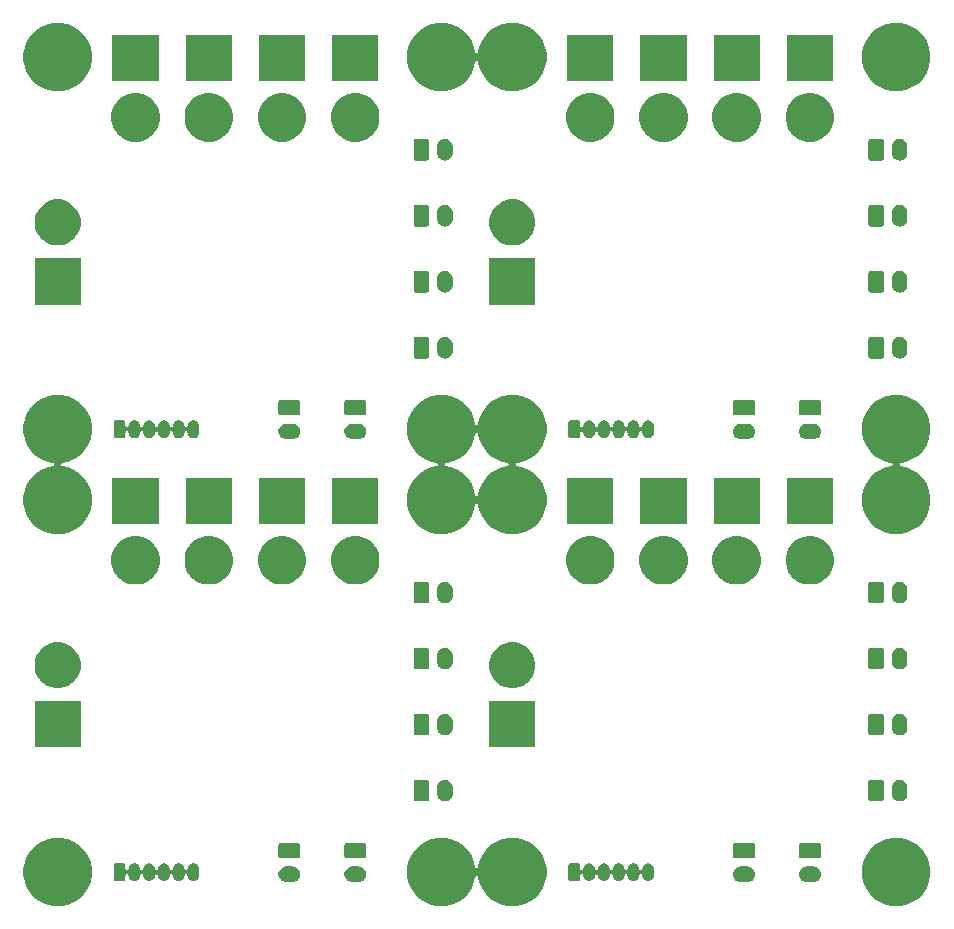
<source format=gbr>
G04 #@! TF.GenerationSoftware,KiCad,Pcbnew,(5.1.2)-1*
G04 #@! TF.CreationDate,2020-06-21T17:40:52+09:00*
G04 #@! TF.ProjectId,universal_power_board,756e6976-6572-4736-916c-5f706f776572,rev?*
G04 #@! TF.SameCoordinates,Original*
G04 #@! TF.FileFunction,Soldermask,Bot*
G04 #@! TF.FilePolarity,Negative*
%FSLAX46Y46*%
G04 Gerber Fmt 4.6, Leading zero omitted, Abs format (unit mm)*
G04 Created by KiCad (PCBNEW (5.1.2)-1) date 2020-06-21 17:40:52*
%MOMM*%
%LPD*%
G04 APERTURE LIST*
%ADD10C,0.100000*%
G04 APERTURE END LIST*
D10*
G36*
X148346189Y-143210483D02*
G01*
X148346192Y-143210484D01*
X148346191Y-143210484D01*
X148874139Y-143429167D01*
X149349280Y-143746646D01*
X149753354Y-144150720D01*
X150062018Y-144612669D01*
X150070834Y-144625863D01*
X150289517Y-145153811D01*
X150377403Y-145595645D01*
X150384516Y-145619094D01*
X150396067Y-145640705D01*
X150411612Y-145659647D01*
X150430554Y-145675192D01*
X150452165Y-145686743D01*
X150475614Y-145693856D01*
X150500000Y-145696258D01*
X150524386Y-145693856D01*
X150547835Y-145686743D01*
X150569446Y-145675192D01*
X150588388Y-145659647D01*
X150603933Y-145640705D01*
X150615484Y-145619094D01*
X150622597Y-145595645D01*
X150710483Y-145153811D01*
X150929166Y-144625863D01*
X150937982Y-144612669D01*
X151246646Y-144150720D01*
X151650720Y-143746646D01*
X152125861Y-143429167D01*
X152653809Y-143210484D01*
X152653808Y-143210484D01*
X152653811Y-143210483D01*
X153214275Y-143099000D01*
X153785725Y-143099000D01*
X154346189Y-143210483D01*
X154346192Y-143210484D01*
X154346191Y-143210484D01*
X154874139Y-143429167D01*
X155349280Y-143746646D01*
X155753354Y-144150720D01*
X156062018Y-144612669D01*
X156070834Y-144625863D01*
X156289517Y-145153811D01*
X156401000Y-145714275D01*
X156401000Y-146285725D01*
X156289517Y-146846189D01*
X156289516Y-146846191D01*
X156070833Y-147374139D01*
X155753354Y-147849280D01*
X155349280Y-148253354D01*
X154874139Y-148570833D01*
X154874138Y-148570834D01*
X154874137Y-148570834D01*
X154346189Y-148789517D01*
X153785725Y-148901000D01*
X153214275Y-148901000D01*
X152653811Y-148789517D01*
X152125863Y-148570834D01*
X152125862Y-148570834D01*
X152125861Y-148570833D01*
X151650720Y-148253354D01*
X151246646Y-147849280D01*
X150929167Y-147374139D01*
X150710484Y-146846191D01*
X150710483Y-146846189D01*
X150622597Y-146404355D01*
X150615484Y-146380906D01*
X150603933Y-146359295D01*
X150588388Y-146340353D01*
X150569446Y-146324808D01*
X150547835Y-146313257D01*
X150524386Y-146306144D01*
X150500000Y-146303742D01*
X150475614Y-146306144D01*
X150452165Y-146313257D01*
X150430554Y-146324808D01*
X150411612Y-146340353D01*
X150396067Y-146359295D01*
X150384516Y-146380906D01*
X150377403Y-146404355D01*
X150289517Y-146846189D01*
X150289516Y-146846191D01*
X150070833Y-147374139D01*
X149753354Y-147849280D01*
X149349280Y-148253354D01*
X148874139Y-148570833D01*
X148874138Y-148570834D01*
X148874137Y-148570834D01*
X148346189Y-148789517D01*
X147785725Y-148901000D01*
X147214275Y-148901000D01*
X146653811Y-148789517D01*
X146125863Y-148570834D01*
X146125862Y-148570834D01*
X146125861Y-148570833D01*
X145650720Y-148253354D01*
X145246646Y-147849280D01*
X144929167Y-147374139D01*
X144710484Y-146846191D01*
X144710483Y-146846189D01*
X144599000Y-146285725D01*
X144599000Y-145714275D01*
X144710483Y-145153811D01*
X144929166Y-144625863D01*
X144937982Y-144612669D01*
X145246646Y-144150720D01*
X145650720Y-143746646D01*
X146125861Y-143429167D01*
X146653809Y-143210484D01*
X146653808Y-143210484D01*
X146653811Y-143210483D01*
X147214275Y-143099000D01*
X147785725Y-143099000D01*
X148346189Y-143210483D01*
X148346189Y-143210483D01*
G37*
G36*
X186846189Y-143210483D02*
G01*
X186846192Y-143210484D01*
X186846191Y-143210484D01*
X187374139Y-143429167D01*
X187849280Y-143746646D01*
X188253354Y-144150720D01*
X188562018Y-144612669D01*
X188570834Y-144625863D01*
X188789517Y-145153811D01*
X188901000Y-145714275D01*
X188901000Y-146285725D01*
X188789517Y-146846189D01*
X188789516Y-146846191D01*
X188570833Y-147374139D01*
X188253354Y-147849280D01*
X187849280Y-148253354D01*
X187374139Y-148570833D01*
X187374138Y-148570834D01*
X187374137Y-148570834D01*
X186846189Y-148789517D01*
X186285725Y-148901000D01*
X185714275Y-148901000D01*
X185153811Y-148789517D01*
X184625863Y-148570834D01*
X184625862Y-148570834D01*
X184625861Y-148570833D01*
X184150720Y-148253354D01*
X183746646Y-147849280D01*
X183429167Y-147374139D01*
X183210484Y-146846191D01*
X183210483Y-146846189D01*
X183099000Y-146285725D01*
X183099000Y-145714275D01*
X183210483Y-145153811D01*
X183429166Y-144625863D01*
X183437982Y-144612669D01*
X183746646Y-144150720D01*
X184150720Y-143746646D01*
X184625861Y-143429167D01*
X185153809Y-143210484D01*
X185153808Y-143210484D01*
X185153811Y-143210483D01*
X185714275Y-143099000D01*
X186285725Y-143099000D01*
X186846189Y-143210483D01*
X186846189Y-143210483D01*
G37*
G36*
X115846189Y-143210483D02*
G01*
X115846192Y-143210484D01*
X115846191Y-143210484D01*
X116374139Y-143429167D01*
X116849280Y-143746646D01*
X117253354Y-144150720D01*
X117562018Y-144612669D01*
X117570834Y-144625863D01*
X117789517Y-145153811D01*
X117901000Y-145714275D01*
X117901000Y-146285725D01*
X117789517Y-146846189D01*
X117789516Y-146846191D01*
X117570833Y-147374139D01*
X117253354Y-147849280D01*
X116849280Y-148253354D01*
X116374139Y-148570833D01*
X116374138Y-148570834D01*
X116374137Y-148570834D01*
X115846189Y-148789517D01*
X115285725Y-148901000D01*
X114714275Y-148901000D01*
X114153811Y-148789517D01*
X113625863Y-148570834D01*
X113625862Y-148570834D01*
X113625861Y-148570833D01*
X113150720Y-148253354D01*
X112746646Y-147849280D01*
X112429167Y-147374139D01*
X112210484Y-146846191D01*
X112210483Y-146846189D01*
X112099000Y-146285725D01*
X112099000Y-145714275D01*
X112210483Y-145153811D01*
X112429166Y-144625863D01*
X112437982Y-144612669D01*
X112746646Y-144150720D01*
X113150720Y-143746646D01*
X113625861Y-143429167D01*
X114153809Y-143210484D01*
X114153808Y-143210484D01*
X114153811Y-143210483D01*
X114714275Y-143099000D01*
X115285725Y-143099000D01*
X115846189Y-143210483D01*
X115846189Y-143210483D01*
G37*
G36*
X140546855Y-145532140D02*
G01*
X140610618Y-145538420D01*
X140701404Y-145565960D01*
X140733336Y-145575646D01*
X140846425Y-145636094D01*
X140945554Y-145717446D01*
X141026906Y-145816575D01*
X141087354Y-145929664D01*
X141087355Y-145929668D01*
X141124580Y-146052382D01*
X141137149Y-146180000D01*
X141124580Y-146307618D01*
X141108904Y-146359295D01*
X141087354Y-146430336D01*
X141026906Y-146543425D01*
X140945554Y-146642554D01*
X140846425Y-146723906D01*
X140733336Y-146784354D01*
X140701404Y-146794040D01*
X140610618Y-146821580D01*
X140546855Y-146827860D01*
X140514974Y-146831000D01*
X139901026Y-146831000D01*
X139869145Y-146827860D01*
X139805382Y-146821580D01*
X139714596Y-146794040D01*
X139682664Y-146784354D01*
X139569575Y-146723906D01*
X139470446Y-146642554D01*
X139389094Y-146543425D01*
X139328646Y-146430336D01*
X139307096Y-146359295D01*
X139291420Y-146307618D01*
X139278851Y-146180000D01*
X139291420Y-146052382D01*
X139328645Y-145929668D01*
X139328646Y-145929664D01*
X139389094Y-145816575D01*
X139470446Y-145717446D01*
X139569575Y-145636094D01*
X139682664Y-145575646D01*
X139714596Y-145565960D01*
X139805382Y-145538420D01*
X139869145Y-145532140D01*
X139901026Y-145529000D01*
X140514974Y-145529000D01*
X140546855Y-145532140D01*
X140546855Y-145532140D01*
G37*
G36*
X134958855Y-145532140D02*
G01*
X135022618Y-145538420D01*
X135113404Y-145565960D01*
X135145336Y-145575646D01*
X135258425Y-145636094D01*
X135357554Y-145717446D01*
X135438906Y-145816575D01*
X135499354Y-145929664D01*
X135499355Y-145929668D01*
X135536580Y-146052382D01*
X135549149Y-146180000D01*
X135536580Y-146307618D01*
X135520904Y-146359295D01*
X135499354Y-146430336D01*
X135438906Y-146543425D01*
X135357554Y-146642554D01*
X135258425Y-146723906D01*
X135145336Y-146784354D01*
X135113404Y-146794040D01*
X135022618Y-146821580D01*
X134958855Y-146827860D01*
X134926974Y-146831000D01*
X134313026Y-146831000D01*
X134281145Y-146827860D01*
X134217382Y-146821580D01*
X134126596Y-146794040D01*
X134094664Y-146784354D01*
X133981575Y-146723906D01*
X133882446Y-146642554D01*
X133801094Y-146543425D01*
X133740646Y-146430336D01*
X133719096Y-146359295D01*
X133703420Y-146307618D01*
X133690851Y-146180000D01*
X133703420Y-146052382D01*
X133740645Y-145929668D01*
X133740646Y-145929664D01*
X133801094Y-145816575D01*
X133882446Y-145717446D01*
X133981575Y-145636094D01*
X134094664Y-145575646D01*
X134126596Y-145565960D01*
X134217382Y-145538420D01*
X134281145Y-145532140D01*
X134313026Y-145529000D01*
X134926974Y-145529000D01*
X134958855Y-145532140D01*
X134958855Y-145532140D01*
G37*
G36*
X173458855Y-145532140D02*
G01*
X173522618Y-145538420D01*
X173613404Y-145565960D01*
X173645336Y-145575646D01*
X173758425Y-145636094D01*
X173857554Y-145717446D01*
X173938906Y-145816575D01*
X173999354Y-145929664D01*
X173999355Y-145929668D01*
X174036580Y-146052382D01*
X174049149Y-146180000D01*
X174036580Y-146307618D01*
X174020904Y-146359295D01*
X173999354Y-146430336D01*
X173938906Y-146543425D01*
X173857554Y-146642554D01*
X173758425Y-146723906D01*
X173645336Y-146784354D01*
X173613404Y-146794040D01*
X173522618Y-146821580D01*
X173458855Y-146827860D01*
X173426974Y-146831000D01*
X172813026Y-146831000D01*
X172781145Y-146827860D01*
X172717382Y-146821580D01*
X172626596Y-146794040D01*
X172594664Y-146784354D01*
X172481575Y-146723906D01*
X172382446Y-146642554D01*
X172301094Y-146543425D01*
X172240646Y-146430336D01*
X172219096Y-146359295D01*
X172203420Y-146307618D01*
X172190851Y-146180000D01*
X172203420Y-146052382D01*
X172240645Y-145929668D01*
X172240646Y-145929664D01*
X172301094Y-145816575D01*
X172382446Y-145717446D01*
X172481575Y-145636094D01*
X172594664Y-145575646D01*
X172626596Y-145565960D01*
X172717382Y-145538420D01*
X172781145Y-145532140D01*
X172813026Y-145529000D01*
X173426974Y-145529000D01*
X173458855Y-145532140D01*
X173458855Y-145532140D01*
G37*
G36*
X179046855Y-145532140D02*
G01*
X179110618Y-145538420D01*
X179201404Y-145565960D01*
X179233336Y-145575646D01*
X179346425Y-145636094D01*
X179445554Y-145717446D01*
X179526906Y-145816575D01*
X179587354Y-145929664D01*
X179587355Y-145929668D01*
X179624580Y-146052382D01*
X179637149Y-146180000D01*
X179624580Y-146307618D01*
X179608904Y-146359295D01*
X179587354Y-146430336D01*
X179526906Y-146543425D01*
X179445554Y-146642554D01*
X179346425Y-146723906D01*
X179233336Y-146784354D01*
X179201404Y-146794040D01*
X179110618Y-146821580D01*
X179046855Y-146827860D01*
X179014974Y-146831000D01*
X178401026Y-146831000D01*
X178369145Y-146827860D01*
X178305382Y-146821580D01*
X178214596Y-146794040D01*
X178182664Y-146784354D01*
X178069575Y-146723906D01*
X177970446Y-146642554D01*
X177889094Y-146543425D01*
X177828646Y-146430336D01*
X177807096Y-146359295D01*
X177791420Y-146307618D01*
X177778851Y-146180000D01*
X177791420Y-146052382D01*
X177828645Y-145929668D01*
X177828646Y-145929664D01*
X177889094Y-145816575D01*
X177970446Y-145717446D01*
X178069575Y-145636094D01*
X178182664Y-145575646D01*
X178214596Y-145565960D01*
X178305382Y-145538420D01*
X178369145Y-145532140D01*
X178401026Y-145529000D01*
X179014974Y-145529000D01*
X179046855Y-145532140D01*
X179046855Y-145532140D01*
G37*
G36*
X165098212Y-145256249D02*
G01*
X165192651Y-145284897D01*
X165279687Y-145331418D01*
X165355975Y-145394025D01*
X165418582Y-145470313D01*
X165465103Y-145557348D01*
X165493751Y-145651787D01*
X165501000Y-145725388D01*
X165501000Y-146274612D01*
X165493751Y-146348213D01*
X165465103Y-146442652D01*
X165418582Y-146529687D01*
X165355975Y-146605975D01*
X165279687Y-146668582D01*
X165192652Y-146715103D01*
X165098213Y-146743751D01*
X165000000Y-146753424D01*
X164901788Y-146743751D01*
X164807349Y-146715103D01*
X164720314Y-146668582D01*
X164644026Y-146605975D01*
X164581419Y-146529687D01*
X164534898Y-146442652D01*
X164506250Y-146348213D01*
X164499397Y-146278633D01*
X164494616Y-146254600D01*
X164485239Y-146231961D01*
X164471625Y-146211587D01*
X164454298Y-146194260D01*
X164433924Y-146180646D01*
X164411285Y-146171269D01*
X164387252Y-146166489D01*
X164362747Y-146166489D01*
X164338714Y-146171270D01*
X164316075Y-146180647D01*
X164295701Y-146194261D01*
X164278374Y-146211588D01*
X164264760Y-146231962D01*
X164255383Y-146254601D01*
X164250605Y-146278623D01*
X164243751Y-146348213D01*
X164215103Y-146442652D01*
X164168582Y-146529687D01*
X164105975Y-146605975D01*
X164029687Y-146668582D01*
X163942652Y-146715103D01*
X163848213Y-146743751D01*
X163750000Y-146753424D01*
X163651788Y-146743751D01*
X163557349Y-146715103D01*
X163470314Y-146668582D01*
X163394026Y-146605975D01*
X163331419Y-146529687D01*
X163284898Y-146442652D01*
X163256250Y-146348213D01*
X163249397Y-146278633D01*
X163244616Y-146254600D01*
X163235239Y-146231961D01*
X163221625Y-146211587D01*
X163204298Y-146194260D01*
X163183924Y-146180646D01*
X163161285Y-146171269D01*
X163137252Y-146166489D01*
X163112747Y-146166489D01*
X163088714Y-146171270D01*
X163066075Y-146180647D01*
X163045701Y-146194261D01*
X163028374Y-146211588D01*
X163014760Y-146231962D01*
X163005383Y-146254601D01*
X163000605Y-146278623D01*
X162993751Y-146348213D01*
X162965103Y-146442652D01*
X162918582Y-146529687D01*
X162855975Y-146605975D01*
X162779687Y-146668582D01*
X162692652Y-146715103D01*
X162598213Y-146743751D01*
X162500000Y-146753424D01*
X162401788Y-146743751D01*
X162307349Y-146715103D01*
X162220314Y-146668582D01*
X162144026Y-146605975D01*
X162081419Y-146529687D01*
X162034898Y-146442652D01*
X162006250Y-146348213D01*
X161999397Y-146278633D01*
X161994616Y-146254600D01*
X161985239Y-146231961D01*
X161971625Y-146211587D01*
X161954298Y-146194260D01*
X161933924Y-146180646D01*
X161911285Y-146171269D01*
X161887252Y-146166489D01*
X161862747Y-146166489D01*
X161838714Y-146171270D01*
X161816075Y-146180647D01*
X161795701Y-146194261D01*
X161778374Y-146211588D01*
X161764760Y-146231962D01*
X161755383Y-146254601D01*
X161750605Y-146278623D01*
X161743751Y-146348213D01*
X161715103Y-146442652D01*
X161668582Y-146529687D01*
X161605975Y-146605975D01*
X161529687Y-146668582D01*
X161442652Y-146715103D01*
X161348213Y-146743751D01*
X161250000Y-146753424D01*
X161151788Y-146743751D01*
X161057349Y-146715103D01*
X160970314Y-146668582D01*
X160894026Y-146605975D01*
X160831419Y-146529687D01*
X160784898Y-146442652D01*
X160756250Y-146348213D01*
X160749397Y-146278633D01*
X160744616Y-146254600D01*
X160735239Y-146231961D01*
X160721625Y-146211587D01*
X160704298Y-146194260D01*
X160683924Y-146180646D01*
X160661285Y-146171269D01*
X160637252Y-146166489D01*
X160612747Y-146166489D01*
X160588714Y-146171270D01*
X160566075Y-146180647D01*
X160545701Y-146194261D01*
X160528374Y-146211588D01*
X160514760Y-146231962D01*
X160505383Y-146254601D01*
X160500605Y-146278623D01*
X160493751Y-146348213D01*
X160465103Y-146442652D01*
X160418582Y-146529687D01*
X160355975Y-146605975D01*
X160279687Y-146668582D01*
X160192652Y-146715103D01*
X160098213Y-146743751D01*
X160000000Y-146753424D01*
X159901788Y-146743751D01*
X159807349Y-146715103D01*
X159720314Y-146668582D01*
X159644026Y-146605975D01*
X159581419Y-146529687D01*
X159534898Y-146442652D01*
X159506250Y-146348213D01*
X159500396Y-146288776D01*
X159495615Y-146264742D01*
X159486238Y-146242103D01*
X159472624Y-146221729D01*
X159455297Y-146204402D01*
X159434923Y-146190789D01*
X159412284Y-146181411D01*
X159388251Y-146176631D01*
X159363747Y-146176631D01*
X159339713Y-146181412D01*
X159317074Y-146190789D01*
X159296700Y-146204403D01*
X159279373Y-146221730D01*
X159265760Y-146242104D01*
X159256382Y-146264743D01*
X159251000Y-146301028D01*
X159251000Y-146556860D01*
X159246795Y-146599560D01*
X159236131Y-146634713D01*
X159218814Y-146667110D01*
X159195509Y-146695509D01*
X159167110Y-146718814D01*
X159134713Y-146736131D01*
X159099560Y-146746795D01*
X159056860Y-146751000D01*
X158443140Y-146751000D01*
X158400440Y-146746795D01*
X158365287Y-146736131D01*
X158332890Y-146718814D01*
X158304491Y-146695509D01*
X158281186Y-146667110D01*
X158263869Y-146634713D01*
X158253205Y-146599560D01*
X158249000Y-146556860D01*
X158249000Y-145443140D01*
X158253205Y-145400440D01*
X158263869Y-145365287D01*
X158281186Y-145332890D01*
X158304491Y-145304491D01*
X158332890Y-145281186D01*
X158365287Y-145263869D01*
X158400440Y-145253205D01*
X158443140Y-145249000D01*
X159056860Y-145249000D01*
X159099560Y-145253205D01*
X159134713Y-145263869D01*
X159167110Y-145281186D01*
X159195509Y-145304491D01*
X159218814Y-145332890D01*
X159236131Y-145365287D01*
X159246795Y-145400440D01*
X159251000Y-145443140D01*
X159251000Y-145698973D01*
X159253402Y-145723359D01*
X159260515Y-145746808D01*
X159272066Y-145768419D01*
X159287611Y-145787361D01*
X159306553Y-145802906D01*
X159328164Y-145814457D01*
X159351613Y-145821570D01*
X159375999Y-145823972D01*
X159400385Y-145821570D01*
X159423834Y-145814457D01*
X159445445Y-145802906D01*
X159464387Y-145787361D01*
X159479932Y-145768419D01*
X159491483Y-145746808D01*
X159500394Y-145711231D01*
X159506249Y-145651788D01*
X159534897Y-145557349D01*
X159581418Y-145470313D01*
X159644025Y-145394025D01*
X159720313Y-145331418D01*
X159807348Y-145284897D01*
X159901787Y-145256249D01*
X160000000Y-145246576D01*
X160098212Y-145256249D01*
X160192651Y-145284897D01*
X160279687Y-145331418D01*
X160355975Y-145394025D01*
X160418582Y-145470313D01*
X160465103Y-145557348D01*
X160493751Y-145651787D01*
X160500605Y-145721377D01*
X160505384Y-145745401D01*
X160514761Y-145768039D01*
X160528375Y-145788414D01*
X160545702Y-145805741D01*
X160566076Y-145819354D01*
X160588715Y-145828732D01*
X160612748Y-145833512D01*
X160637252Y-145833512D01*
X160661286Y-145828731D01*
X160683924Y-145819354D01*
X160704299Y-145805740D01*
X160721626Y-145788413D01*
X160735239Y-145768039D01*
X160744617Y-145745400D01*
X160749395Y-145721378D01*
X160756249Y-145651788D01*
X160784897Y-145557349D01*
X160831418Y-145470313D01*
X160894025Y-145394025D01*
X160970313Y-145331418D01*
X161057348Y-145284897D01*
X161151787Y-145256249D01*
X161250000Y-145246576D01*
X161348212Y-145256249D01*
X161442651Y-145284897D01*
X161529687Y-145331418D01*
X161605975Y-145394025D01*
X161668582Y-145470313D01*
X161715103Y-145557348D01*
X161743751Y-145651787D01*
X161750605Y-145721377D01*
X161755384Y-145745401D01*
X161764761Y-145768039D01*
X161778375Y-145788414D01*
X161795702Y-145805741D01*
X161816076Y-145819354D01*
X161838715Y-145828732D01*
X161862748Y-145833512D01*
X161887252Y-145833512D01*
X161911286Y-145828731D01*
X161933924Y-145819354D01*
X161954299Y-145805740D01*
X161971626Y-145788413D01*
X161985239Y-145768039D01*
X161994617Y-145745400D01*
X161999395Y-145721378D01*
X162006249Y-145651788D01*
X162034897Y-145557349D01*
X162081418Y-145470313D01*
X162144025Y-145394025D01*
X162220313Y-145331418D01*
X162307348Y-145284897D01*
X162401787Y-145256249D01*
X162500000Y-145246576D01*
X162598212Y-145256249D01*
X162692651Y-145284897D01*
X162779687Y-145331418D01*
X162855975Y-145394025D01*
X162918582Y-145470313D01*
X162965103Y-145557348D01*
X162993751Y-145651787D01*
X163000605Y-145721377D01*
X163005384Y-145745401D01*
X163014761Y-145768039D01*
X163028375Y-145788414D01*
X163045702Y-145805741D01*
X163066076Y-145819354D01*
X163088715Y-145828732D01*
X163112748Y-145833512D01*
X163137252Y-145833512D01*
X163161286Y-145828731D01*
X163183924Y-145819354D01*
X163204299Y-145805740D01*
X163221626Y-145788413D01*
X163235239Y-145768039D01*
X163244617Y-145745400D01*
X163249395Y-145721378D01*
X163256249Y-145651788D01*
X163284897Y-145557349D01*
X163331418Y-145470313D01*
X163394025Y-145394025D01*
X163470313Y-145331418D01*
X163557348Y-145284897D01*
X163651787Y-145256249D01*
X163750000Y-145246576D01*
X163848212Y-145256249D01*
X163942651Y-145284897D01*
X164029687Y-145331418D01*
X164105975Y-145394025D01*
X164168582Y-145470313D01*
X164215103Y-145557348D01*
X164243751Y-145651787D01*
X164250605Y-145721377D01*
X164255384Y-145745401D01*
X164264761Y-145768039D01*
X164278375Y-145788414D01*
X164295702Y-145805741D01*
X164316076Y-145819354D01*
X164338715Y-145828732D01*
X164362748Y-145833512D01*
X164387252Y-145833512D01*
X164411286Y-145828731D01*
X164433924Y-145819354D01*
X164454299Y-145805740D01*
X164471626Y-145788413D01*
X164485239Y-145768039D01*
X164494617Y-145745400D01*
X164499395Y-145721378D01*
X164506249Y-145651788D01*
X164534897Y-145557349D01*
X164581418Y-145470313D01*
X164644025Y-145394025D01*
X164720313Y-145331418D01*
X164807348Y-145284897D01*
X164901787Y-145256249D01*
X165000000Y-145246576D01*
X165098212Y-145256249D01*
X165098212Y-145256249D01*
G37*
G36*
X126598212Y-145256249D02*
G01*
X126692651Y-145284897D01*
X126779687Y-145331418D01*
X126855975Y-145394025D01*
X126918582Y-145470313D01*
X126965103Y-145557348D01*
X126993751Y-145651787D01*
X127001000Y-145725388D01*
X127001000Y-146274612D01*
X126993751Y-146348213D01*
X126965103Y-146442652D01*
X126918582Y-146529687D01*
X126855975Y-146605975D01*
X126779687Y-146668582D01*
X126692652Y-146715103D01*
X126598213Y-146743751D01*
X126500000Y-146753424D01*
X126401788Y-146743751D01*
X126307349Y-146715103D01*
X126220314Y-146668582D01*
X126144026Y-146605975D01*
X126081419Y-146529687D01*
X126034898Y-146442652D01*
X126006250Y-146348213D01*
X125999397Y-146278633D01*
X125994616Y-146254600D01*
X125985239Y-146231961D01*
X125971625Y-146211587D01*
X125954298Y-146194260D01*
X125933924Y-146180646D01*
X125911285Y-146171269D01*
X125887252Y-146166489D01*
X125862747Y-146166489D01*
X125838714Y-146171270D01*
X125816075Y-146180647D01*
X125795701Y-146194261D01*
X125778374Y-146211588D01*
X125764760Y-146231962D01*
X125755383Y-146254601D01*
X125750605Y-146278623D01*
X125743751Y-146348213D01*
X125715103Y-146442652D01*
X125668582Y-146529687D01*
X125605975Y-146605975D01*
X125529687Y-146668582D01*
X125442652Y-146715103D01*
X125348213Y-146743751D01*
X125250000Y-146753424D01*
X125151788Y-146743751D01*
X125057349Y-146715103D01*
X124970314Y-146668582D01*
X124894026Y-146605975D01*
X124831419Y-146529687D01*
X124784898Y-146442652D01*
X124756250Y-146348213D01*
X124749397Y-146278633D01*
X124744616Y-146254600D01*
X124735239Y-146231961D01*
X124721625Y-146211587D01*
X124704298Y-146194260D01*
X124683924Y-146180646D01*
X124661285Y-146171269D01*
X124637252Y-146166489D01*
X124612747Y-146166489D01*
X124588714Y-146171270D01*
X124566075Y-146180647D01*
X124545701Y-146194261D01*
X124528374Y-146211588D01*
X124514760Y-146231962D01*
X124505383Y-146254601D01*
X124500605Y-146278623D01*
X124493751Y-146348213D01*
X124465103Y-146442652D01*
X124418582Y-146529687D01*
X124355975Y-146605975D01*
X124279687Y-146668582D01*
X124192652Y-146715103D01*
X124098213Y-146743751D01*
X124000000Y-146753424D01*
X123901788Y-146743751D01*
X123807349Y-146715103D01*
X123720314Y-146668582D01*
X123644026Y-146605975D01*
X123581419Y-146529687D01*
X123534898Y-146442652D01*
X123506250Y-146348213D01*
X123499397Y-146278633D01*
X123494616Y-146254600D01*
X123485239Y-146231961D01*
X123471625Y-146211587D01*
X123454298Y-146194260D01*
X123433924Y-146180646D01*
X123411285Y-146171269D01*
X123387252Y-146166489D01*
X123362747Y-146166489D01*
X123338714Y-146171270D01*
X123316075Y-146180647D01*
X123295701Y-146194261D01*
X123278374Y-146211588D01*
X123264760Y-146231962D01*
X123255383Y-146254601D01*
X123250605Y-146278623D01*
X123243751Y-146348213D01*
X123215103Y-146442652D01*
X123168582Y-146529687D01*
X123105975Y-146605975D01*
X123029687Y-146668582D01*
X122942652Y-146715103D01*
X122848213Y-146743751D01*
X122750000Y-146753424D01*
X122651788Y-146743751D01*
X122557349Y-146715103D01*
X122470314Y-146668582D01*
X122394026Y-146605975D01*
X122331419Y-146529687D01*
X122284898Y-146442652D01*
X122256250Y-146348213D01*
X122249397Y-146278633D01*
X122244616Y-146254600D01*
X122235239Y-146231961D01*
X122221625Y-146211587D01*
X122204298Y-146194260D01*
X122183924Y-146180646D01*
X122161285Y-146171269D01*
X122137252Y-146166489D01*
X122112747Y-146166489D01*
X122088714Y-146171270D01*
X122066075Y-146180647D01*
X122045701Y-146194261D01*
X122028374Y-146211588D01*
X122014760Y-146231962D01*
X122005383Y-146254601D01*
X122000605Y-146278623D01*
X121993751Y-146348213D01*
X121965103Y-146442652D01*
X121918582Y-146529687D01*
X121855975Y-146605975D01*
X121779687Y-146668582D01*
X121692652Y-146715103D01*
X121598213Y-146743751D01*
X121500000Y-146753424D01*
X121401788Y-146743751D01*
X121307349Y-146715103D01*
X121220314Y-146668582D01*
X121144026Y-146605975D01*
X121081419Y-146529687D01*
X121034898Y-146442652D01*
X121006250Y-146348213D01*
X121000396Y-146288776D01*
X120995615Y-146264742D01*
X120986238Y-146242103D01*
X120972624Y-146221729D01*
X120955297Y-146204402D01*
X120934923Y-146190789D01*
X120912284Y-146181411D01*
X120888251Y-146176631D01*
X120863747Y-146176631D01*
X120839713Y-146181412D01*
X120817074Y-146190789D01*
X120796700Y-146204403D01*
X120779373Y-146221730D01*
X120765760Y-146242104D01*
X120756382Y-146264743D01*
X120751000Y-146301028D01*
X120751000Y-146556860D01*
X120746795Y-146599560D01*
X120736131Y-146634713D01*
X120718814Y-146667110D01*
X120695509Y-146695509D01*
X120667110Y-146718814D01*
X120634713Y-146736131D01*
X120599560Y-146746795D01*
X120556860Y-146751000D01*
X119943140Y-146751000D01*
X119900440Y-146746795D01*
X119865287Y-146736131D01*
X119832890Y-146718814D01*
X119804491Y-146695509D01*
X119781186Y-146667110D01*
X119763869Y-146634713D01*
X119753205Y-146599560D01*
X119749000Y-146556860D01*
X119749000Y-145443140D01*
X119753205Y-145400440D01*
X119763869Y-145365287D01*
X119781186Y-145332890D01*
X119804491Y-145304491D01*
X119832890Y-145281186D01*
X119865287Y-145263869D01*
X119900440Y-145253205D01*
X119943140Y-145249000D01*
X120556860Y-145249000D01*
X120599560Y-145253205D01*
X120634713Y-145263869D01*
X120667110Y-145281186D01*
X120695509Y-145304491D01*
X120718814Y-145332890D01*
X120736131Y-145365287D01*
X120746795Y-145400440D01*
X120751000Y-145443140D01*
X120751000Y-145698973D01*
X120753402Y-145723359D01*
X120760515Y-145746808D01*
X120772066Y-145768419D01*
X120787611Y-145787361D01*
X120806553Y-145802906D01*
X120828164Y-145814457D01*
X120851613Y-145821570D01*
X120875999Y-145823972D01*
X120900385Y-145821570D01*
X120923834Y-145814457D01*
X120945445Y-145802906D01*
X120964387Y-145787361D01*
X120979932Y-145768419D01*
X120991483Y-145746808D01*
X121000394Y-145711231D01*
X121006249Y-145651788D01*
X121034897Y-145557349D01*
X121081418Y-145470313D01*
X121144025Y-145394025D01*
X121220313Y-145331418D01*
X121307348Y-145284897D01*
X121401787Y-145256249D01*
X121500000Y-145246576D01*
X121598212Y-145256249D01*
X121692651Y-145284897D01*
X121779687Y-145331418D01*
X121855975Y-145394025D01*
X121918582Y-145470313D01*
X121965103Y-145557348D01*
X121993751Y-145651787D01*
X122000605Y-145721377D01*
X122005384Y-145745401D01*
X122014761Y-145768039D01*
X122028375Y-145788414D01*
X122045702Y-145805741D01*
X122066076Y-145819354D01*
X122088715Y-145828732D01*
X122112748Y-145833512D01*
X122137252Y-145833512D01*
X122161286Y-145828731D01*
X122183924Y-145819354D01*
X122204299Y-145805740D01*
X122221626Y-145788413D01*
X122235239Y-145768039D01*
X122244617Y-145745400D01*
X122249395Y-145721378D01*
X122256249Y-145651788D01*
X122284897Y-145557349D01*
X122331418Y-145470313D01*
X122394025Y-145394025D01*
X122470313Y-145331418D01*
X122557348Y-145284897D01*
X122651787Y-145256249D01*
X122750000Y-145246576D01*
X122848212Y-145256249D01*
X122942651Y-145284897D01*
X123029687Y-145331418D01*
X123105975Y-145394025D01*
X123168582Y-145470313D01*
X123215103Y-145557348D01*
X123243751Y-145651787D01*
X123250605Y-145721377D01*
X123255384Y-145745401D01*
X123264761Y-145768039D01*
X123278375Y-145788414D01*
X123295702Y-145805741D01*
X123316076Y-145819354D01*
X123338715Y-145828732D01*
X123362748Y-145833512D01*
X123387252Y-145833512D01*
X123411286Y-145828731D01*
X123433924Y-145819354D01*
X123454299Y-145805740D01*
X123471626Y-145788413D01*
X123485239Y-145768039D01*
X123494617Y-145745400D01*
X123499395Y-145721378D01*
X123506249Y-145651788D01*
X123534897Y-145557349D01*
X123581418Y-145470313D01*
X123644025Y-145394025D01*
X123720313Y-145331418D01*
X123807348Y-145284897D01*
X123901787Y-145256249D01*
X124000000Y-145246576D01*
X124098212Y-145256249D01*
X124192651Y-145284897D01*
X124279687Y-145331418D01*
X124355975Y-145394025D01*
X124418582Y-145470313D01*
X124465103Y-145557348D01*
X124493751Y-145651787D01*
X124500605Y-145721377D01*
X124505384Y-145745401D01*
X124514761Y-145768039D01*
X124528375Y-145788414D01*
X124545702Y-145805741D01*
X124566076Y-145819354D01*
X124588715Y-145828732D01*
X124612748Y-145833512D01*
X124637252Y-145833512D01*
X124661286Y-145828731D01*
X124683924Y-145819354D01*
X124704299Y-145805740D01*
X124721626Y-145788413D01*
X124735239Y-145768039D01*
X124744617Y-145745400D01*
X124749395Y-145721378D01*
X124756249Y-145651788D01*
X124784897Y-145557349D01*
X124831418Y-145470313D01*
X124894025Y-145394025D01*
X124970313Y-145331418D01*
X125057348Y-145284897D01*
X125151787Y-145256249D01*
X125250000Y-145246576D01*
X125348212Y-145256249D01*
X125442651Y-145284897D01*
X125529687Y-145331418D01*
X125605975Y-145394025D01*
X125668582Y-145470313D01*
X125715103Y-145557348D01*
X125743751Y-145651787D01*
X125750605Y-145721377D01*
X125755384Y-145745401D01*
X125764761Y-145768039D01*
X125778375Y-145788414D01*
X125795702Y-145805741D01*
X125816076Y-145819354D01*
X125838715Y-145828732D01*
X125862748Y-145833512D01*
X125887252Y-145833512D01*
X125911286Y-145828731D01*
X125933924Y-145819354D01*
X125954299Y-145805740D01*
X125971626Y-145788413D01*
X125985239Y-145768039D01*
X125994617Y-145745400D01*
X125999395Y-145721378D01*
X126006249Y-145651788D01*
X126034897Y-145557349D01*
X126081418Y-145470313D01*
X126144025Y-145394025D01*
X126220313Y-145331418D01*
X126307348Y-145284897D01*
X126401787Y-145256249D01*
X126500000Y-145246576D01*
X126598212Y-145256249D01*
X126598212Y-145256249D01*
G37*
G36*
X179474242Y-143533404D02*
G01*
X179511337Y-143544657D01*
X179545515Y-143562925D01*
X179575481Y-143587519D01*
X179600075Y-143617485D01*
X179618343Y-143651663D01*
X179629596Y-143688758D01*
X179634000Y-143733474D01*
X179634000Y-144626526D01*
X179629596Y-144671242D01*
X179618343Y-144708337D01*
X179600075Y-144742515D01*
X179575481Y-144772481D01*
X179545515Y-144797075D01*
X179511337Y-144815343D01*
X179474242Y-144826596D01*
X179429526Y-144831000D01*
X177986474Y-144831000D01*
X177941758Y-144826596D01*
X177904663Y-144815343D01*
X177870485Y-144797075D01*
X177840519Y-144772481D01*
X177815925Y-144742515D01*
X177797657Y-144708337D01*
X177786404Y-144671242D01*
X177782000Y-144626526D01*
X177782000Y-143733474D01*
X177786404Y-143688758D01*
X177797657Y-143651663D01*
X177815925Y-143617485D01*
X177840519Y-143587519D01*
X177870485Y-143562925D01*
X177904663Y-143544657D01*
X177941758Y-143533404D01*
X177986474Y-143529000D01*
X179429526Y-143529000D01*
X179474242Y-143533404D01*
X179474242Y-143533404D01*
G37*
G36*
X135386242Y-143533404D02*
G01*
X135423337Y-143544657D01*
X135457515Y-143562925D01*
X135487481Y-143587519D01*
X135512075Y-143617485D01*
X135530343Y-143651663D01*
X135541596Y-143688758D01*
X135546000Y-143733474D01*
X135546000Y-144626526D01*
X135541596Y-144671242D01*
X135530343Y-144708337D01*
X135512075Y-144742515D01*
X135487481Y-144772481D01*
X135457515Y-144797075D01*
X135423337Y-144815343D01*
X135386242Y-144826596D01*
X135341526Y-144831000D01*
X133898474Y-144831000D01*
X133853758Y-144826596D01*
X133816663Y-144815343D01*
X133782485Y-144797075D01*
X133752519Y-144772481D01*
X133727925Y-144742515D01*
X133709657Y-144708337D01*
X133698404Y-144671242D01*
X133694000Y-144626526D01*
X133694000Y-143733474D01*
X133698404Y-143688758D01*
X133709657Y-143651663D01*
X133727925Y-143617485D01*
X133752519Y-143587519D01*
X133782485Y-143562925D01*
X133816663Y-143544657D01*
X133853758Y-143533404D01*
X133898474Y-143529000D01*
X135341526Y-143529000D01*
X135386242Y-143533404D01*
X135386242Y-143533404D01*
G37*
G36*
X173886242Y-143533404D02*
G01*
X173923337Y-143544657D01*
X173957515Y-143562925D01*
X173987481Y-143587519D01*
X174012075Y-143617485D01*
X174030343Y-143651663D01*
X174041596Y-143688758D01*
X174046000Y-143733474D01*
X174046000Y-144626526D01*
X174041596Y-144671242D01*
X174030343Y-144708337D01*
X174012075Y-144742515D01*
X173987481Y-144772481D01*
X173957515Y-144797075D01*
X173923337Y-144815343D01*
X173886242Y-144826596D01*
X173841526Y-144831000D01*
X172398474Y-144831000D01*
X172353758Y-144826596D01*
X172316663Y-144815343D01*
X172282485Y-144797075D01*
X172252519Y-144772481D01*
X172227925Y-144742515D01*
X172209657Y-144708337D01*
X172198404Y-144671242D01*
X172194000Y-144626526D01*
X172194000Y-143733474D01*
X172198404Y-143688758D01*
X172209657Y-143651663D01*
X172227925Y-143617485D01*
X172252519Y-143587519D01*
X172282485Y-143562925D01*
X172316663Y-143544657D01*
X172353758Y-143533404D01*
X172398474Y-143529000D01*
X173841526Y-143529000D01*
X173886242Y-143533404D01*
X173886242Y-143533404D01*
G37*
G36*
X140974242Y-143533404D02*
G01*
X141011337Y-143544657D01*
X141045515Y-143562925D01*
X141075481Y-143587519D01*
X141100075Y-143617485D01*
X141118343Y-143651663D01*
X141129596Y-143688758D01*
X141134000Y-143733474D01*
X141134000Y-144626526D01*
X141129596Y-144671242D01*
X141118343Y-144708337D01*
X141100075Y-144742515D01*
X141075481Y-144772481D01*
X141045515Y-144797075D01*
X141011337Y-144815343D01*
X140974242Y-144826596D01*
X140929526Y-144831000D01*
X139486474Y-144831000D01*
X139441758Y-144826596D01*
X139404663Y-144815343D01*
X139370485Y-144797075D01*
X139340519Y-144772481D01*
X139315925Y-144742515D01*
X139297657Y-144708337D01*
X139286404Y-144671242D01*
X139282000Y-144626526D01*
X139282000Y-143733474D01*
X139286404Y-143688758D01*
X139297657Y-143651663D01*
X139315925Y-143617485D01*
X139340519Y-143587519D01*
X139370485Y-143562925D01*
X139404663Y-143544657D01*
X139441758Y-143533404D01*
X139486474Y-143529000D01*
X140929526Y-143529000D01*
X140974242Y-143533404D01*
X140974242Y-143533404D01*
G37*
G36*
X186423617Y-138183420D02*
G01*
X186504399Y-138207925D01*
X186546335Y-138220646D01*
X186659424Y-138281094D01*
X186758554Y-138362447D01*
X186839906Y-138461575D01*
X186900354Y-138574664D01*
X186910040Y-138606596D01*
X186937580Y-138697382D01*
X186947000Y-138793027D01*
X186947000Y-139406973D01*
X186937580Y-139502618D01*
X186910040Y-139593404D01*
X186900354Y-139625336D01*
X186839906Y-139738425D01*
X186758554Y-139837554D01*
X186659425Y-139918906D01*
X186546336Y-139979354D01*
X186514404Y-139989040D01*
X186423618Y-140016580D01*
X186296000Y-140029149D01*
X186168383Y-140016580D01*
X186077597Y-139989040D01*
X186045665Y-139979354D01*
X185932576Y-139918906D01*
X185833447Y-139837554D01*
X185752096Y-139738427D01*
X185752095Y-139738425D01*
X185691647Y-139625336D01*
X185691645Y-139625333D01*
X185679237Y-139584427D01*
X185654420Y-139502618D01*
X185645000Y-139406973D01*
X185645000Y-138793028D01*
X185654420Y-138697383D01*
X185691645Y-138574669D01*
X185691646Y-138574665D01*
X185752094Y-138461576D01*
X185833447Y-138362446D01*
X185932575Y-138281094D01*
X186045664Y-138220646D01*
X186087600Y-138207925D01*
X186168382Y-138183420D01*
X186296000Y-138170851D01*
X186423617Y-138183420D01*
X186423617Y-138183420D01*
G37*
G36*
X147923617Y-138183420D02*
G01*
X148004399Y-138207925D01*
X148046335Y-138220646D01*
X148159424Y-138281094D01*
X148258554Y-138362447D01*
X148339906Y-138461575D01*
X148400354Y-138574664D01*
X148410040Y-138606596D01*
X148437580Y-138697382D01*
X148447000Y-138793027D01*
X148447000Y-139406973D01*
X148437580Y-139502618D01*
X148410040Y-139593404D01*
X148400354Y-139625336D01*
X148339906Y-139738425D01*
X148258554Y-139837554D01*
X148159425Y-139918906D01*
X148046336Y-139979354D01*
X148014404Y-139989040D01*
X147923618Y-140016580D01*
X147796000Y-140029149D01*
X147668383Y-140016580D01*
X147577597Y-139989040D01*
X147545665Y-139979354D01*
X147432576Y-139918906D01*
X147333447Y-139837554D01*
X147252096Y-139738427D01*
X147252095Y-139738425D01*
X147191647Y-139625336D01*
X147191645Y-139625333D01*
X147179237Y-139584427D01*
X147154420Y-139502618D01*
X147145000Y-139406973D01*
X147145000Y-138793028D01*
X147154420Y-138697383D01*
X147191645Y-138574669D01*
X147191646Y-138574665D01*
X147252094Y-138461576D01*
X147333447Y-138362446D01*
X147432575Y-138281094D01*
X147545664Y-138220646D01*
X147587600Y-138207925D01*
X147668382Y-138183420D01*
X147796000Y-138170851D01*
X147923617Y-138183420D01*
X147923617Y-138183420D01*
G37*
G36*
X184787242Y-138178404D02*
G01*
X184824337Y-138189657D01*
X184858515Y-138207925D01*
X184888481Y-138232519D01*
X184913075Y-138262485D01*
X184931343Y-138296663D01*
X184942596Y-138333758D01*
X184947000Y-138378474D01*
X184947000Y-139821526D01*
X184942596Y-139866242D01*
X184931343Y-139903337D01*
X184913075Y-139937515D01*
X184888481Y-139967481D01*
X184858515Y-139992075D01*
X184824337Y-140010343D01*
X184787242Y-140021596D01*
X184742526Y-140026000D01*
X183849474Y-140026000D01*
X183804758Y-140021596D01*
X183767663Y-140010343D01*
X183733485Y-139992075D01*
X183703519Y-139967481D01*
X183678925Y-139937515D01*
X183660657Y-139903337D01*
X183649404Y-139866242D01*
X183645000Y-139821526D01*
X183645000Y-138378474D01*
X183649404Y-138333758D01*
X183660657Y-138296663D01*
X183678925Y-138262485D01*
X183703519Y-138232519D01*
X183733485Y-138207925D01*
X183767663Y-138189657D01*
X183804758Y-138178404D01*
X183849474Y-138174000D01*
X184742526Y-138174000D01*
X184787242Y-138178404D01*
X184787242Y-138178404D01*
G37*
G36*
X146287242Y-138178404D02*
G01*
X146324337Y-138189657D01*
X146358515Y-138207925D01*
X146388481Y-138232519D01*
X146413075Y-138262485D01*
X146431343Y-138296663D01*
X146442596Y-138333758D01*
X146447000Y-138378474D01*
X146447000Y-139821526D01*
X146442596Y-139866242D01*
X146431343Y-139903337D01*
X146413075Y-139937515D01*
X146388481Y-139967481D01*
X146358515Y-139992075D01*
X146324337Y-140010343D01*
X146287242Y-140021596D01*
X146242526Y-140026000D01*
X145349474Y-140026000D01*
X145304758Y-140021596D01*
X145267663Y-140010343D01*
X145233485Y-139992075D01*
X145203519Y-139967481D01*
X145178925Y-139937515D01*
X145160657Y-139903337D01*
X145149404Y-139866242D01*
X145145000Y-139821526D01*
X145145000Y-138378474D01*
X145149404Y-138333758D01*
X145160657Y-138296663D01*
X145178925Y-138262485D01*
X145203519Y-138232519D01*
X145233485Y-138207925D01*
X145267663Y-138189657D01*
X145304758Y-138178404D01*
X145349474Y-138174000D01*
X146242526Y-138174000D01*
X146287242Y-138178404D01*
X146287242Y-138178404D01*
G37*
G36*
X116951000Y-135451000D02*
G01*
X113049000Y-135451000D01*
X113049000Y-131549000D01*
X116951000Y-131549000D01*
X116951000Y-135451000D01*
X116951000Y-135451000D01*
G37*
G36*
X155451000Y-135451000D02*
G01*
X151549000Y-135451000D01*
X151549000Y-131549000D01*
X155451000Y-131549000D01*
X155451000Y-135451000D01*
X155451000Y-135451000D01*
G37*
G36*
X186423617Y-132595420D02*
G01*
X186504399Y-132619925D01*
X186546335Y-132632646D01*
X186659424Y-132693094D01*
X186758554Y-132774447D01*
X186839906Y-132873575D01*
X186900354Y-132986664D01*
X186910040Y-133018596D01*
X186937580Y-133109382D01*
X186947000Y-133205027D01*
X186947000Y-133818973D01*
X186937580Y-133914618D01*
X186910040Y-134005404D01*
X186900354Y-134037336D01*
X186839906Y-134150425D01*
X186758554Y-134249554D01*
X186659425Y-134330906D01*
X186546336Y-134391354D01*
X186514404Y-134401040D01*
X186423618Y-134428580D01*
X186296000Y-134441149D01*
X186168383Y-134428580D01*
X186077597Y-134401040D01*
X186045665Y-134391354D01*
X185932576Y-134330906D01*
X185833447Y-134249554D01*
X185752096Y-134150427D01*
X185752095Y-134150425D01*
X185691647Y-134037336D01*
X185691645Y-134037333D01*
X185679237Y-133996427D01*
X185654420Y-133914618D01*
X185645000Y-133818973D01*
X185645000Y-133205028D01*
X185654420Y-133109383D01*
X185691645Y-132986669D01*
X185691646Y-132986665D01*
X185752094Y-132873576D01*
X185833447Y-132774446D01*
X185932575Y-132693094D01*
X186045664Y-132632646D01*
X186087600Y-132619925D01*
X186168382Y-132595420D01*
X186296000Y-132582851D01*
X186423617Y-132595420D01*
X186423617Y-132595420D01*
G37*
G36*
X147923617Y-132595420D02*
G01*
X148004399Y-132619925D01*
X148046335Y-132632646D01*
X148159424Y-132693094D01*
X148258554Y-132774447D01*
X148339906Y-132873575D01*
X148400354Y-132986664D01*
X148410040Y-133018596D01*
X148437580Y-133109382D01*
X148447000Y-133205027D01*
X148447000Y-133818973D01*
X148437580Y-133914618D01*
X148410040Y-134005404D01*
X148400354Y-134037336D01*
X148339906Y-134150425D01*
X148258554Y-134249554D01*
X148159425Y-134330906D01*
X148046336Y-134391354D01*
X148014404Y-134401040D01*
X147923618Y-134428580D01*
X147796000Y-134441149D01*
X147668383Y-134428580D01*
X147577597Y-134401040D01*
X147545665Y-134391354D01*
X147432576Y-134330906D01*
X147333447Y-134249554D01*
X147252096Y-134150427D01*
X147252095Y-134150425D01*
X147191647Y-134037336D01*
X147191645Y-134037333D01*
X147179237Y-133996427D01*
X147154420Y-133914618D01*
X147145000Y-133818973D01*
X147145000Y-133205028D01*
X147154420Y-133109383D01*
X147191645Y-132986669D01*
X147191646Y-132986665D01*
X147252094Y-132873576D01*
X147333447Y-132774446D01*
X147432575Y-132693094D01*
X147545664Y-132632646D01*
X147587600Y-132619925D01*
X147668382Y-132595420D01*
X147796000Y-132582851D01*
X147923617Y-132595420D01*
X147923617Y-132595420D01*
G37*
G36*
X184787242Y-132590404D02*
G01*
X184824337Y-132601657D01*
X184858515Y-132619925D01*
X184888481Y-132644519D01*
X184913075Y-132674485D01*
X184931343Y-132708663D01*
X184942596Y-132745758D01*
X184947000Y-132790474D01*
X184947000Y-134233526D01*
X184942596Y-134278242D01*
X184931343Y-134315337D01*
X184913075Y-134349515D01*
X184888481Y-134379481D01*
X184858515Y-134404075D01*
X184824337Y-134422343D01*
X184787242Y-134433596D01*
X184742526Y-134438000D01*
X183849474Y-134438000D01*
X183804758Y-134433596D01*
X183767663Y-134422343D01*
X183733485Y-134404075D01*
X183703519Y-134379481D01*
X183678925Y-134349515D01*
X183660657Y-134315337D01*
X183649404Y-134278242D01*
X183645000Y-134233526D01*
X183645000Y-132790474D01*
X183649404Y-132745758D01*
X183660657Y-132708663D01*
X183678925Y-132674485D01*
X183703519Y-132644519D01*
X183733485Y-132619925D01*
X183767663Y-132601657D01*
X183804758Y-132590404D01*
X183849474Y-132586000D01*
X184742526Y-132586000D01*
X184787242Y-132590404D01*
X184787242Y-132590404D01*
G37*
G36*
X146287242Y-132590404D02*
G01*
X146324337Y-132601657D01*
X146358515Y-132619925D01*
X146388481Y-132644519D01*
X146413075Y-132674485D01*
X146431343Y-132708663D01*
X146442596Y-132745758D01*
X146447000Y-132790474D01*
X146447000Y-134233526D01*
X146442596Y-134278242D01*
X146431343Y-134315337D01*
X146413075Y-134349515D01*
X146388481Y-134379481D01*
X146358515Y-134404075D01*
X146324337Y-134422343D01*
X146287242Y-134433596D01*
X146242526Y-134438000D01*
X145349474Y-134438000D01*
X145304758Y-134433596D01*
X145267663Y-134422343D01*
X145233485Y-134404075D01*
X145203519Y-134379481D01*
X145178925Y-134349515D01*
X145160657Y-134315337D01*
X145149404Y-134278242D01*
X145145000Y-134233526D01*
X145145000Y-132790474D01*
X145149404Y-132745758D01*
X145160657Y-132708663D01*
X145178925Y-132674485D01*
X145203519Y-132644519D01*
X145233485Y-132619925D01*
X145267663Y-132601657D01*
X145304758Y-132590404D01*
X145349474Y-132586000D01*
X146242526Y-132586000D01*
X146287242Y-132590404D01*
X146287242Y-132590404D01*
G37*
G36*
X115569085Y-126623975D02*
G01*
X115924143Y-126771045D01*
X115924145Y-126771046D01*
X116243690Y-126984559D01*
X116515441Y-127256310D01*
X116692558Y-127521385D01*
X116728955Y-127575857D01*
X116876025Y-127930915D01*
X116951000Y-128307842D01*
X116951000Y-128692158D01*
X116876025Y-129069085D01*
X116728955Y-129424143D01*
X116728954Y-129424145D01*
X116515441Y-129743690D01*
X116243690Y-130015441D01*
X115924145Y-130228954D01*
X115924144Y-130228955D01*
X115924143Y-130228955D01*
X115569085Y-130376025D01*
X115192158Y-130451000D01*
X114807842Y-130451000D01*
X114430915Y-130376025D01*
X114075857Y-130228955D01*
X114075856Y-130228955D01*
X114075855Y-130228954D01*
X113756310Y-130015441D01*
X113484559Y-129743690D01*
X113271046Y-129424145D01*
X113271045Y-129424143D01*
X113123975Y-129069085D01*
X113049000Y-128692158D01*
X113049000Y-128307842D01*
X113123975Y-127930915D01*
X113271045Y-127575857D01*
X113307442Y-127521385D01*
X113484559Y-127256310D01*
X113756310Y-126984559D01*
X114075855Y-126771046D01*
X114075857Y-126771045D01*
X114430915Y-126623975D01*
X114807842Y-126549000D01*
X115192158Y-126549000D01*
X115569085Y-126623975D01*
X115569085Y-126623975D01*
G37*
G36*
X154069085Y-126623975D02*
G01*
X154424143Y-126771045D01*
X154424145Y-126771046D01*
X154743690Y-126984559D01*
X155015441Y-127256310D01*
X155192558Y-127521385D01*
X155228955Y-127575857D01*
X155376025Y-127930915D01*
X155451000Y-128307842D01*
X155451000Y-128692158D01*
X155376025Y-129069085D01*
X155228955Y-129424143D01*
X155228954Y-129424145D01*
X155015441Y-129743690D01*
X154743690Y-130015441D01*
X154424145Y-130228954D01*
X154424144Y-130228955D01*
X154424143Y-130228955D01*
X154069085Y-130376025D01*
X153692158Y-130451000D01*
X153307842Y-130451000D01*
X152930915Y-130376025D01*
X152575857Y-130228955D01*
X152575856Y-130228955D01*
X152575855Y-130228954D01*
X152256310Y-130015441D01*
X151984559Y-129743690D01*
X151771046Y-129424145D01*
X151771045Y-129424143D01*
X151623975Y-129069085D01*
X151549000Y-128692158D01*
X151549000Y-128307842D01*
X151623975Y-127930915D01*
X151771045Y-127575857D01*
X151807442Y-127521385D01*
X151984559Y-127256310D01*
X152256310Y-126984559D01*
X152575855Y-126771046D01*
X152575857Y-126771045D01*
X152930915Y-126623975D01*
X153307842Y-126549000D01*
X153692158Y-126549000D01*
X154069085Y-126623975D01*
X154069085Y-126623975D01*
G37*
G36*
X186423617Y-127007420D02*
G01*
X186504399Y-127031925D01*
X186546335Y-127044646D01*
X186659424Y-127105094D01*
X186758554Y-127186447D01*
X186839906Y-127285575D01*
X186900354Y-127398664D01*
X186910040Y-127430596D01*
X186937580Y-127521382D01*
X186947000Y-127617027D01*
X186947000Y-128230973D01*
X186937580Y-128326618D01*
X186910040Y-128417404D01*
X186900354Y-128449336D01*
X186839906Y-128562425D01*
X186758554Y-128661554D01*
X186659425Y-128742906D01*
X186546336Y-128803354D01*
X186514404Y-128813040D01*
X186423618Y-128840580D01*
X186296000Y-128853149D01*
X186168383Y-128840580D01*
X186077597Y-128813040D01*
X186045665Y-128803354D01*
X185932576Y-128742906D01*
X185833447Y-128661554D01*
X185752096Y-128562427D01*
X185752095Y-128562425D01*
X185691647Y-128449336D01*
X185691645Y-128449333D01*
X185679237Y-128408427D01*
X185654420Y-128326618D01*
X185645000Y-128230973D01*
X185645000Y-127617028D01*
X185654420Y-127521383D01*
X185691645Y-127398669D01*
X185691646Y-127398665D01*
X185752094Y-127285576D01*
X185833447Y-127186446D01*
X185932575Y-127105094D01*
X186045664Y-127044646D01*
X186087600Y-127031925D01*
X186168382Y-127007420D01*
X186296000Y-126994851D01*
X186423617Y-127007420D01*
X186423617Y-127007420D01*
G37*
G36*
X147923617Y-127007420D02*
G01*
X148004399Y-127031925D01*
X148046335Y-127044646D01*
X148159424Y-127105094D01*
X148258554Y-127186447D01*
X148339906Y-127285575D01*
X148400354Y-127398664D01*
X148410040Y-127430596D01*
X148437580Y-127521382D01*
X148447000Y-127617027D01*
X148447000Y-128230973D01*
X148437580Y-128326618D01*
X148410040Y-128417404D01*
X148400354Y-128449336D01*
X148339906Y-128562425D01*
X148258554Y-128661554D01*
X148159425Y-128742906D01*
X148046336Y-128803354D01*
X148014404Y-128813040D01*
X147923618Y-128840580D01*
X147796000Y-128853149D01*
X147668383Y-128840580D01*
X147577597Y-128813040D01*
X147545665Y-128803354D01*
X147432576Y-128742906D01*
X147333447Y-128661554D01*
X147252096Y-128562427D01*
X147252095Y-128562425D01*
X147191647Y-128449336D01*
X147191645Y-128449333D01*
X147179237Y-128408427D01*
X147154420Y-128326618D01*
X147145000Y-128230973D01*
X147145000Y-127617028D01*
X147154420Y-127521383D01*
X147191645Y-127398669D01*
X147191646Y-127398665D01*
X147252094Y-127285576D01*
X147333447Y-127186446D01*
X147432575Y-127105094D01*
X147545664Y-127044646D01*
X147587600Y-127031925D01*
X147668382Y-127007420D01*
X147796000Y-126994851D01*
X147923617Y-127007420D01*
X147923617Y-127007420D01*
G37*
G36*
X146287242Y-127002404D02*
G01*
X146324337Y-127013657D01*
X146358515Y-127031925D01*
X146388481Y-127056519D01*
X146413075Y-127086485D01*
X146431343Y-127120663D01*
X146442596Y-127157758D01*
X146447000Y-127202474D01*
X146447000Y-128645526D01*
X146442596Y-128690242D01*
X146431343Y-128727337D01*
X146413075Y-128761515D01*
X146388481Y-128791481D01*
X146358515Y-128816075D01*
X146324337Y-128834343D01*
X146287242Y-128845596D01*
X146242526Y-128850000D01*
X145349474Y-128850000D01*
X145304758Y-128845596D01*
X145267663Y-128834343D01*
X145233485Y-128816075D01*
X145203519Y-128791481D01*
X145178925Y-128761515D01*
X145160657Y-128727337D01*
X145149404Y-128690242D01*
X145145000Y-128645526D01*
X145145000Y-127202474D01*
X145149404Y-127157758D01*
X145160657Y-127120663D01*
X145178925Y-127086485D01*
X145203519Y-127056519D01*
X145233485Y-127031925D01*
X145267663Y-127013657D01*
X145304758Y-127002404D01*
X145349474Y-126998000D01*
X146242526Y-126998000D01*
X146287242Y-127002404D01*
X146287242Y-127002404D01*
G37*
G36*
X184787242Y-127002404D02*
G01*
X184824337Y-127013657D01*
X184858515Y-127031925D01*
X184888481Y-127056519D01*
X184913075Y-127086485D01*
X184931343Y-127120663D01*
X184942596Y-127157758D01*
X184947000Y-127202474D01*
X184947000Y-128645526D01*
X184942596Y-128690242D01*
X184931343Y-128727337D01*
X184913075Y-128761515D01*
X184888481Y-128791481D01*
X184858515Y-128816075D01*
X184824337Y-128834343D01*
X184787242Y-128845596D01*
X184742526Y-128850000D01*
X183849474Y-128850000D01*
X183804758Y-128845596D01*
X183767663Y-128834343D01*
X183733485Y-128816075D01*
X183703519Y-128791481D01*
X183678925Y-128761515D01*
X183660657Y-128727337D01*
X183649404Y-128690242D01*
X183645000Y-128645526D01*
X183645000Y-127202474D01*
X183649404Y-127157758D01*
X183660657Y-127120663D01*
X183678925Y-127086485D01*
X183703519Y-127056519D01*
X183733485Y-127031925D01*
X183767663Y-127013657D01*
X183804758Y-127002404D01*
X183849474Y-126998000D01*
X184742526Y-126998000D01*
X184787242Y-127002404D01*
X184787242Y-127002404D01*
G37*
G36*
X186423617Y-121419420D02*
G01*
X186504399Y-121443925D01*
X186546335Y-121456646D01*
X186659424Y-121517094D01*
X186758554Y-121598447D01*
X186839906Y-121697575D01*
X186900354Y-121810664D01*
X186910040Y-121842596D01*
X186937580Y-121933382D01*
X186947000Y-122029027D01*
X186947000Y-122642973D01*
X186937580Y-122738618D01*
X186910040Y-122829404D01*
X186900354Y-122861336D01*
X186839906Y-122974425D01*
X186758554Y-123073554D01*
X186659425Y-123154906D01*
X186546336Y-123215354D01*
X186514404Y-123225040D01*
X186423618Y-123252580D01*
X186296000Y-123265149D01*
X186168383Y-123252580D01*
X186077597Y-123225040D01*
X186045665Y-123215354D01*
X185932576Y-123154906D01*
X185833447Y-123073554D01*
X185752096Y-122974427D01*
X185752095Y-122974425D01*
X185691647Y-122861336D01*
X185691645Y-122861333D01*
X185679237Y-122820427D01*
X185654420Y-122738618D01*
X185645000Y-122642973D01*
X185645000Y-122029028D01*
X185654420Y-121933383D01*
X185691645Y-121810669D01*
X185691646Y-121810665D01*
X185752094Y-121697576D01*
X185833447Y-121598446D01*
X185932575Y-121517094D01*
X186045664Y-121456646D01*
X186087600Y-121443925D01*
X186168382Y-121419420D01*
X186296000Y-121406851D01*
X186423617Y-121419420D01*
X186423617Y-121419420D01*
G37*
G36*
X147923617Y-121419420D02*
G01*
X148004399Y-121443925D01*
X148046335Y-121456646D01*
X148159424Y-121517094D01*
X148258554Y-121598447D01*
X148339906Y-121697575D01*
X148400354Y-121810664D01*
X148410040Y-121842596D01*
X148437580Y-121933382D01*
X148447000Y-122029027D01*
X148447000Y-122642973D01*
X148437580Y-122738618D01*
X148410040Y-122829404D01*
X148400354Y-122861336D01*
X148339906Y-122974425D01*
X148258554Y-123073554D01*
X148159425Y-123154906D01*
X148046336Y-123215354D01*
X148014404Y-123225040D01*
X147923618Y-123252580D01*
X147796000Y-123265149D01*
X147668383Y-123252580D01*
X147577597Y-123225040D01*
X147545665Y-123215354D01*
X147432576Y-123154906D01*
X147333447Y-123073554D01*
X147252096Y-122974427D01*
X147252095Y-122974425D01*
X147191647Y-122861336D01*
X147191645Y-122861333D01*
X147179237Y-122820427D01*
X147154420Y-122738618D01*
X147145000Y-122642973D01*
X147145000Y-122029028D01*
X147154420Y-121933383D01*
X147191645Y-121810669D01*
X147191646Y-121810665D01*
X147252094Y-121697576D01*
X147333447Y-121598446D01*
X147432575Y-121517094D01*
X147545664Y-121456646D01*
X147587600Y-121443925D01*
X147668382Y-121419420D01*
X147796000Y-121406851D01*
X147923617Y-121419420D01*
X147923617Y-121419420D01*
G37*
G36*
X146287242Y-121414404D02*
G01*
X146324337Y-121425657D01*
X146358515Y-121443925D01*
X146388481Y-121468519D01*
X146413075Y-121498485D01*
X146431343Y-121532663D01*
X146442596Y-121569758D01*
X146447000Y-121614474D01*
X146447000Y-123057526D01*
X146442596Y-123102242D01*
X146431343Y-123139337D01*
X146413075Y-123173515D01*
X146388481Y-123203481D01*
X146358515Y-123228075D01*
X146324337Y-123246343D01*
X146287242Y-123257596D01*
X146242526Y-123262000D01*
X145349474Y-123262000D01*
X145304758Y-123257596D01*
X145267663Y-123246343D01*
X145233485Y-123228075D01*
X145203519Y-123203481D01*
X145178925Y-123173515D01*
X145160657Y-123139337D01*
X145149404Y-123102242D01*
X145145000Y-123057526D01*
X145145000Y-121614474D01*
X145149404Y-121569758D01*
X145160657Y-121532663D01*
X145178925Y-121498485D01*
X145203519Y-121468519D01*
X145233485Y-121443925D01*
X145267663Y-121425657D01*
X145304758Y-121414404D01*
X145349474Y-121410000D01*
X146242526Y-121410000D01*
X146287242Y-121414404D01*
X146287242Y-121414404D01*
G37*
G36*
X184787242Y-121414404D02*
G01*
X184824337Y-121425657D01*
X184858515Y-121443925D01*
X184888481Y-121468519D01*
X184913075Y-121498485D01*
X184931343Y-121532663D01*
X184942596Y-121569758D01*
X184947000Y-121614474D01*
X184947000Y-123057526D01*
X184942596Y-123102242D01*
X184931343Y-123139337D01*
X184913075Y-123173515D01*
X184888481Y-123203481D01*
X184858515Y-123228075D01*
X184824337Y-123246343D01*
X184787242Y-123257596D01*
X184742526Y-123262000D01*
X183849474Y-123262000D01*
X183804758Y-123257596D01*
X183767663Y-123246343D01*
X183733485Y-123228075D01*
X183703519Y-123203481D01*
X183678925Y-123173515D01*
X183660657Y-123139337D01*
X183649404Y-123102242D01*
X183645000Y-123057526D01*
X183645000Y-121614474D01*
X183649404Y-121569758D01*
X183660657Y-121532663D01*
X183678925Y-121498485D01*
X183703519Y-121468519D01*
X183733485Y-121443925D01*
X183767663Y-121425657D01*
X183804758Y-121414404D01*
X183849474Y-121410000D01*
X184742526Y-121410000D01*
X184787242Y-121414404D01*
X184787242Y-121414404D01*
G37*
G36*
X173098254Y-117627818D02*
G01*
X173471511Y-117782426D01*
X173471513Y-117782427D01*
X173807436Y-118006884D01*
X174093116Y-118292564D01*
X174317574Y-118628489D01*
X174472182Y-119001746D01*
X174551000Y-119397993D01*
X174551000Y-119802007D01*
X174472182Y-120198254D01*
X174317574Y-120571511D01*
X174317573Y-120571513D01*
X174093116Y-120907436D01*
X173807436Y-121193116D01*
X173471513Y-121417573D01*
X173471512Y-121417574D01*
X173471511Y-121417574D01*
X173098254Y-121572182D01*
X172702007Y-121651000D01*
X172297993Y-121651000D01*
X171901746Y-121572182D01*
X171528489Y-121417574D01*
X171528488Y-121417574D01*
X171528487Y-121417573D01*
X171192564Y-121193116D01*
X170906884Y-120907436D01*
X170682427Y-120571513D01*
X170682426Y-120571511D01*
X170527818Y-120198254D01*
X170449000Y-119802007D01*
X170449000Y-119397993D01*
X170527818Y-119001746D01*
X170682426Y-118628489D01*
X170906884Y-118292564D01*
X171192564Y-118006884D01*
X171528487Y-117782427D01*
X171528489Y-117782426D01*
X171901746Y-117627818D01*
X172297993Y-117549000D01*
X172702007Y-117549000D01*
X173098254Y-117627818D01*
X173098254Y-117627818D01*
G37*
G36*
X179298254Y-117627818D02*
G01*
X179671511Y-117782426D01*
X179671513Y-117782427D01*
X180007436Y-118006884D01*
X180293116Y-118292564D01*
X180517574Y-118628489D01*
X180672182Y-119001746D01*
X180751000Y-119397993D01*
X180751000Y-119802007D01*
X180672182Y-120198254D01*
X180517574Y-120571511D01*
X180517573Y-120571513D01*
X180293116Y-120907436D01*
X180007436Y-121193116D01*
X179671513Y-121417573D01*
X179671512Y-121417574D01*
X179671511Y-121417574D01*
X179298254Y-121572182D01*
X178902007Y-121651000D01*
X178497993Y-121651000D01*
X178101746Y-121572182D01*
X177728489Y-121417574D01*
X177728488Y-121417574D01*
X177728487Y-121417573D01*
X177392564Y-121193116D01*
X177106884Y-120907436D01*
X176882427Y-120571513D01*
X176882426Y-120571511D01*
X176727818Y-120198254D01*
X176649000Y-119802007D01*
X176649000Y-119397993D01*
X176727818Y-119001746D01*
X176882426Y-118628489D01*
X177106884Y-118292564D01*
X177392564Y-118006884D01*
X177728487Y-117782427D01*
X177728489Y-117782426D01*
X178101746Y-117627818D01*
X178497993Y-117549000D01*
X178902007Y-117549000D01*
X179298254Y-117627818D01*
X179298254Y-117627818D01*
G37*
G36*
X166898254Y-117627818D02*
G01*
X167271511Y-117782426D01*
X167271513Y-117782427D01*
X167607436Y-118006884D01*
X167893116Y-118292564D01*
X168117574Y-118628489D01*
X168272182Y-119001746D01*
X168351000Y-119397993D01*
X168351000Y-119802007D01*
X168272182Y-120198254D01*
X168117574Y-120571511D01*
X168117573Y-120571513D01*
X167893116Y-120907436D01*
X167607436Y-121193116D01*
X167271513Y-121417573D01*
X167271512Y-121417574D01*
X167271511Y-121417574D01*
X166898254Y-121572182D01*
X166502007Y-121651000D01*
X166097993Y-121651000D01*
X165701746Y-121572182D01*
X165328489Y-121417574D01*
X165328488Y-121417574D01*
X165328487Y-121417573D01*
X164992564Y-121193116D01*
X164706884Y-120907436D01*
X164482427Y-120571513D01*
X164482426Y-120571511D01*
X164327818Y-120198254D01*
X164249000Y-119802007D01*
X164249000Y-119397993D01*
X164327818Y-119001746D01*
X164482426Y-118628489D01*
X164706884Y-118292564D01*
X164992564Y-118006884D01*
X165328487Y-117782427D01*
X165328489Y-117782426D01*
X165701746Y-117627818D01*
X166097993Y-117549000D01*
X166502007Y-117549000D01*
X166898254Y-117627818D01*
X166898254Y-117627818D01*
G37*
G36*
X160698254Y-117627818D02*
G01*
X161071511Y-117782426D01*
X161071513Y-117782427D01*
X161407436Y-118006884D01*
X161693116Y-118292564D01*
X161917574Y-118628489D01*
X162072182Y-119001746D01*
X162151000Y-119397993D01*
X162151000Y-119802007D01*
X162072182Y-120198254D01*
X161917574Y-120571511D01*
X161917573Y-120571513D01*
X161693116Y-120907436D01*
X161407436Y-121193116D01*
X161071513Y-121417573D01*
X161071512Y-121417574D01*
X161071511Y-121417574D01*
X160698254Y-121572182D01*
X160302007Y-121651000D01*
X159897993Y-121651000D01*
X159501746Y-121572182D01*
X159128489Y-121417574D01*
X159128488Y-121417574D01*
X159128487Y-121417573D01*
X158792564Y-121193116D01*
X158506884Y-120907436D01*
X158282427Y-120571513D01*
X158282426Y-120571511D01*
X158127818Y-120198254D01*
X158049000Y-119802007D01*
X158049000Y-119397993D01*
X158127818Y-119001746D01*
X158282426Y-118628489D01*
X158506884Y-118292564D01*
X158792564Y-118006884D01*
X159128487Y-117782427D01*
X159128489Y-117782426D01*
X159501746Y-117627818D01*
X159897993Y-117549000D01*
X160302007Y-117549000D01*
X160698254Y-117627818D01*
X160698254Y-117627818D01*
G37*
G36*
X140798254Y-117627818D02*
G01*
X141171511Y-117782426D01*
X141171513Y-117782427D01*
X141507436Y-118006884D01*
X141793116Y-118292564D01*
X142017574Y-118628489D01*
X142172182Y-119001746D01*
X142251000Y-119397993D01*
X142251000Y-119802007D01*
X142172182Y-120198254D01*
X142017574Y-120571511D01*
X142017573Y-120571513D01*
X141793116Y-120907436D01*
X141507436Y-121193116D01*
X141171513Y-121417573D01*
X141171512Y-121417574D01*
X141171511Y-121417574D01*
X140798254Y-121572182D01*
X140402007Y-121651000D01*
X139997993Y-121651000D01*
X139601746Y-121572182D01*
X139228489Y-121417574D01*
X139228488Y-121417574D01*
X139228487Y-121417573D01*
X138892564Y-121193116D01*
X138606884Y-120907436D01*
X138382427Y-120571513D01*
X138382426Y-120571511D01*
X138227818Y-120198254D01*
X138149000Y-119802007D01*
X138149000Y-119397993D01*
X138227818Y-119001746D01*
X138382426Y-118628489D01*
X138606884Y-118292564D01*
X138892564Y-118006884D01*
X139228487Y-117782427D01*
X139228489Y-117782426D01*
X139601746Y-117627818D01*
X139997993Y-117549000D01*
X140402007Y-117549000D01*
X140798254Y-117627818D01*
X140798254Y-117627818D01*
G37*
G36*
X134598254Y-117627818D02*
G01*
X134971511Y-117782426D01*
X134971513Y-117782427D01*
X135307436Y-118006884D01*
X135593116Y-118292564D01*
X135817574Y-118628489D01*
X135972182Y-119001746D01*
X136051000Y-119397993D01*
X136051000Y-119802007D01*
X135972182Y-120198254D01*
X135817574Y-120571511D01*
X135817573Y-120571513D01*
X135593116Y-120907436D01*
X135307436Y-121193116D01*
X134971513Y-121417573D01*
X134971512Y-121417574D01*
X134971511Y-121417574D01*
X134598254Y-121572182D01*
X134202007Y-121651000D01*
X133797993Y-121651000D01*
X133401746Y-121572182D01*
X133028489Y-121417574D01*
X133028488Y-121417574D01*
X133028487Y-121417573D01*
X132692564Y-121193116D01*
X132406884Y-120907436D01*
X132182427Y-120571513D01*
X132182426Y-120571511D01*
X132027818Y-120198254D01*
X131949000Y-119802007D01*
X131949000Y-119397993D01*
X132027818Y-119001746D01*
X132182426Y-118628489D01*
X132406884Y-118292564D01*
X132692564Y-118006884D01*
X133028487Y-117782427D01*
X133028489Y-117782426D01*
X133401746Y-117627818D01*
X133797993Y-117549000D01*
X134202007Y-117549000D01*
X134598254Y-117627818D01*
X134598254Y-117627818D01*
G37*
G36*
X128398254Y-117627818D02*
G01*
X128771511Y-117782426D01*
X128771513Y-117782427D01*
X129107436Y-118006884D01*
X129393116Y-118292564D01*
X129617574Y-118628489D01*
X129772182Y-119001746D01*
X129851000Y-119397993D01*
X129851000Y-119802007D01*
X129772182Y-120198254D01*
X129617574Y-120571511D01*
X129617573Y-120571513D01*
X129393116Y-120907436D01*
X129107436Y-121193116D01*
X128771513Y-121417573D01*
X128771512Y-121417574D01*
X128771511Y-121417574D01*
X128398254Y-121572182D01*
X128002007Y-121651000D01*
X127597993Y-121651000D01*
X127201746Y-121572182D01*
X126828489Y-121417574D01*
X126828488Y-121417574D01*
X126828487Y-121417573D01*
X126492564Y-121193116D01*
X126206884Y-120907436D01*
X125982427Y-120571513D01*
X125982426Y-120571511D01*
X125827818Y-120198254D01*
X125749000Y-119802007D01*
X125749000Y-119397993D01*
X125827818Y-119001746D01*
X125982426Y-118628489D01*
X126206884Y-118292564D01*
X126492564Y-118006884D01*
X126828487Y-117782427D01*
X126828489Y-117782426D01*
X127201746Y-117627818D01*
X127597993Y-117549000D01*
X128002007Y-117549000D01*
X128398254Y-117627818D01*
X128398254Y-117627818D01*
G37*
G36*
X122198254Y-117627818D02*
G01*
X122571511Y-117782426D01*
X122571513Y-117782427D01*
X122907436Y-118006884D01*
X123193116Y-118292564D01*
X123417574Y-118628489D01*
X123572182Y-119001746D01*
X123651000Y-119397993D01*
X123651000Y-119802007D01*
X123572182Y-120198254D01*
X123417574Y-120571511D01*
X123417573Y-120571513D01*
X123193116Y-120907436D01*
X122907436Y-121193116D01*
X122571513Y-121417573D01*
X122571512Y-121417574D01*
X122571511Y-121417574D01*
X122198254Y-121572182D01*
X121802007Y-121651000D01*
X121397993Y-121651000D01*
X121001746Y-121572182D01*
X120628489Y-121417574D01*
X120628488Y-121417574D01*
X120628487Y-121417573D01*
X120292564Y-121193116D01*
X120006884Y-120907436D01*
X119782427Y-120571513D01*
X119782426Y-120571511D01*
X119627818Y-120198254D01*
X119549000Y-119802007D01*
X119549000Y-119397993D01*
X119627818Y-119001746D01*
X119782426Y-118628489D01*
X120006884Y-118292564D01*
X120292564Y-118006884D01*
X120628487Y-117782427D01*
X120628489Y-117782426D01*
X121001746Y-117627818D01*
X121397993Y-117549000D01*
X121802007Y-117549000D01*
X122198254Y-117627818D01*
X122198254Y-117627818D01*
G37*
G36*
X148346189Y-105710483D02*
G01*
X148346192Y-105710484D01*
X148346191Y-105710484D01*
X148874139Y-105929167D01*
X149349280Y-106246646D01*
X149753354Y-106650720D01*
X150062018Y-107112669D01*
X150070834Y-107125863D01*
X150289517Y-107653811D01*
X150377403Y-108095645D01*
X150384516Y-108119094D01*
X150396067Y-108140705D01*
X150411612Y-108159647D01*
X150430554Y-108175192D01*
X150452165Y-108186743D01*
X150475614Y-108193856D01*
X150500000Y-108196258D01*
X150524386Y-108193856D01*
X150547835Y-108186743D01*
X150569446Y-108175192D01*
X150588388Y-108159647D01*
X150603933Y-108140705D01*
X150615484Y-108119094D01*
X150622597Y-108095645D01*
X150710483Y-107653811D01*
X150929166Y-107125863D01*
X150937982Y-107112669D01*
X151246646Y-106650720D01*
X151650720Y-106246646D01*
X152125861Y-105929167D01*
X152653809Y-105710484D01*
X152653808Y-105710484D01*
X152653811Y-105710483D01*
X153214275Y-105599000D01*
X153785725Y-105599000D01*
X154346189Y-105710483D01*
X154346192Y-105710484D01*
X154346191Y-105710484D01*
X154874139Y-105929167D01*
X155349280Y-106246646D01*
X155753354Y-106650720D01*
X156062018Y-107112669D01*
X156070834Y-107125863D01*
X156289517Y-107653811D01*
X156401000Y-108214275D01*
X156401000Y-108785725D01*
X156289517Y-109346189D01*
X156289516Y-109346191D01*
X156070833Y-109874139D01*
X155753354Y-110349280D01*
X155349280Y-110753354D01*
X154874139Y-111070833D01*
X154874138Y-111070834D01*
X154874137Y-111070834D01*
X154346189Y-111289517D01*
X153904355Y-111377403D01*
X153880906Y-111384516D01*
X153859295Y-111396067D01*
X153840353Y-111411612D01*
X153824808Y-111430554D01*
X153813257Y-111452165D01*
X153806144Y-111475614D01*
X153803742Y-111500000D01*
X153806144Y-111524386D01*
X153813257Y-111547835D01*
X153824808Y-111569446D01*
X153840353Y-111588388D01*
X153859295Y-111603933D01*
X153880906Y-111615484D01*
X153904355Y-111622597D01*
X154346189Y-111710483D01*
X154346192Y-111710484D01*
X154346191Y-111710484D01*
X154874139Y-111929167D01*
X155349280Y-112246646D01*
X155753354Y-112650720D01*
X156070833Y-113125861D01*
X156070834Y-113125863D01*
X156289517Y-113653811D01*
X156401000Y-114214275D01*
X156401000Y-114785725D01*
X156289517Y-115346189D01*
X156289516Y-115346191D01*
X156070833Y-115874139D01*
X155753354Y-116349280D01*
X155349280Y-116753354D01*
X154874139Y-117070833D01*
X154874138Y-117070834D01*
X154874137Y-117070834D01*
X154346189Y-117289517D01*
X153785725Y-117401000D01*
X153214275Y-117401000D01*
X152653811Y-117289517D01*
X152125863Y-117070834D01*
X152125862Y-117070834D01*
X152125861Y-117070833D01*
X151650720Y-116753354D01*
X151246646Y-116349280D01*
X150929167Y-115874139D01*
X150710484Y-115346191D01*
X150710483Y-115346189D01*
X150622597Y-114904355D01*
X150615484Y-114880906D01*
X150603933Y-114859295D01*
X150588388Y-114840353D01*
X150569446Y-114824808D01*
X150547835Y-114813257D01*
X150524386Y-114806144D01*
X150500000Y-114803742D01*
X150475614Y-114806144D01*
X150452165Y-114813257D01*
X150430554Y-114824808D01*
X150411612Y-114840353D01*
X150396067Y-114859295D01*
X150384516Y-114880906D01*
X150377403Y-114904355D01*
X150289517Y-115346189D01*
X150289516Y-115346191D01*
X150070833Y-115874139D01*
X149753354Y-116349280D01*
X149349280Y-116753354D01*
X148874139Y-117070833D01*
X148874138Y-117070834D01*
X148874137Y-117070834D01*
X148346189Y-117289517D01*
X147785725Y-117401000D01*
X147214275Y-117401000D01*
X146653811Y-117289517D01*
X146125863Y-117070834D01*
X146125862Y-117070834D01*
X146125861Y-117070833D01*
X145650720Y-116753354D01*
X145246646Y-116349280D01*
X144929167Y-115874139D01*
X144710484Y-115346191D01*
X144710483Y-115346189D01*
X144599000Y-114785725D01*
X144599000Y-114214275D01*
X144710483Y-113653811D01*
X144929166Y-113125863D01*
X144929167Y-113125861D01*
X145246646Y-112650720D01*
X145650720Y-112246646D01*
X146125861Y-111929167D01*
X146653809Y-111710484D01*
X146653808Y-111710484D01*
X146653811Y-111710483D01*
X147095645Y-111622597D01*
X147119094Y-111615484D01*
X147140705Y-111603933D01*
X147159647Y-111588388D01*
X147175192Y-111569446D01*
X147186743Y-111547835D01*
X147193856Y-111524386D01*
X147196258Y-111500000D01*
X147803742Y-111500000D01*
X147806144Y-111524386D01*
X147813257Y-111547835D01*
X147824808Y-111569446D01*
X147840353Y-111588388D01*
X147859295Y-111603933D01*
X147880906Y-111615484D01*
X147904355Y-111622597D01*
X148346189Y-111710483D01*
X148346192Y-111710484D01*
X148346191Y-111710484D01*
X148874139Y-111929167D01*
X149349280Y-112246646D01*
X149753354Y-112650720D01*
X150070833Y-113125861D01*
X150070834Y-113125863D01*
X150289517Y-113653811D01*
X150377403Y-114095645D01*
X150384516Y-114119094D01*
X150396067Y-114140705D01*
X150411612Y-114159647D01*
X150430554Y-114175192D01*
X150452165Y-114186743D01*
X150475614Y-114193856D01*
X150500000Y-114196258D01*
X150524386Y-114193856D01*
X150547835Y-114186743D01*
X150569446Y-114175192D01*
X150588388Y-114159647D01*
X150603933Y-114140705D01*
X150615484Y-114119094D01*
X150622597Y-114095645D01*
X150710483Y-113653811D01*
X150929166Y-113125863D01*
X150929167Y-113125861D01*
X151246646Y-112650720D01*
X151650720Y-112246646D01*
X152125861Y-111929167D01*
X152653809Y-111710484D01*
X152653808Y-111710484D01*
X152653811Y-111710483D01*
X153095645Y-111622597D01*
X153119094Y-111615484D01*
X153140705Y-111603933D01*
X153159647Y-111588388D01*
X153175192Y-111569446D01*
X153186743Y-111547835D01*
X153193856Y-111524386D01*
X153196258Y-111500000D01*
X153193856Y-111475614D01*
X153186743Y-111452165D01*
X153175192Y-111430554D01*
X153159647Y-111411612D01*
X153140705Y-111396067D01*
X153119094Y-111384516D01*
X153095645Y-111377403D01*
X152653811Y-111289517D01*
X152125863Y-111070834D01*
X152125862Y-111070834D01*
X152125861Y-111070833D01*
X151650720Y-110753354D01*
X151246646Y-110349280D01*
X150929167Y-109874139D01*
X150710484Y-109346191D01*
X150710483Y-109346189D01*
X150622597Y-108904355D01*
X150615484Y-108880906D01*
X150603933Y-108859295D01*
X150588388Y-108840353D01*
X150569446Y-108824808D01*
X150547835Y-108813257D01*
X150524386Y-108806144D01*
X150500000Y-108803742D01*
X150475614Y-108806144D01*
X150452165Y-108813257D01*
X150430554Y-108824808D01*
X150411612Y-108840353D01*
X150396067Y-108859295D01*
X150384516Y-108880906D01*
X150377403Y-108904355D01*
X150289517Y-109346189D01*
X150289516Y-109346191D01*
X150070833Y-109874139D01*
X149753354Y-110349280D01*
X149349280Y-110753354D01*
X148874139Y-111070833D01*
X148874138Y-111070834D01*
X148874137Y-111070834D01*
X148346189Y-111289517D01*
X147904355Y-111377403D01*
X147880906Y-111384516D01*
X147859295Y-111396067D01*
X147840353Y-111411612D01*
X147824808Y-111430554D01*
X147813257Y-111452165D01*
X147806144Y-111475614D01*
X147803742Y-111500000D01*
X147196258Y-111500000D01*
X147193856Y-111475614D01*
X147186743Y-111452165D01*
X147175192Y-111430554D01*
X147159647Y-111411612D01*
X147140705Y-111396067D01*
X147119094Y-111384516D01*
X147095645Y-111377403D01*
X146653811Y-111289517D01*
X146125863Y-111070834D01*
X146125862Y-111070834D01*
X146125861Y-111070833D01*
X145650720Y-110753354D01*
X145246646Y-110349280D01*
X144929167Y-109874139D01*
X144710484Y-109346191D01*
X144710483Y-109346189D01*
X144599000Y-108785725D01*
X144599000Y-108214275D01*
X144710483Y-107653811D01*
X144929166Y-107125863D01*
X144937982Y-107112669D01*
X145246646Y-106650720D01*
X145650720Y-106246646D01*
X146125861Y-105929167D01*
X146653809Y-105710484D01*
X146653808Y-105710484D01*
X146653811Y-105710483D01*
X147214275Y-105599000D01*
X147785725Y-105599000D01*
X148346189Y-105710483D01*
X148346189Y-105710483D01*
G37*
G36*
X115846189Y-105710483D02*
G01*
X115846192Y-105710484D01*
X115846191Y-105710484D01*
X116374139Y-105929167D01*
X116849280Y-106246646D01*
X117253354Y-106650720D01*
X117562018Y-107112669D01*
X117570834Y-107125863D01*
X117789517Y-107653811D01*
X117901000Y-108214275D01*
X117901000Y-108785725D01*
X117789517Y-109346189D01*
X117789516Y-109346191D01*
X117570833Y-109874139D01*
X117253354Y-110349280D01*
X116849280Y-110753354D01*
X116374139Y-111070833D01*
X116374138Y-111070834D01*
X116374137Y-111070834D01*
X115846189Y-111289517D01*
X115404355Y-111377403D01*
X115380906Y-111384516D01*
X115359295Y-111396067D01*
X115340353Y-111411612D01*
X115324808Y-111430554D01*
X115313257Y-111452165D01*
X115306144Y-111475614D01*
X115303742Y-111500000D01*
X115306144Y-111524386D01*
X115313257Y-111547835D01*
X115324808Y-111569446D01*
X115340353Y-111588388D01*
X115359295Y-111603933D01*
X115380906Y-111615484D01*
X115404355Y-111622597D01*
X115846189Y-111710483D01*
X115846192Y-111710484D01*
X115846191Y-111710484D01*
X116374139Y-111929167D01*
X116849280Y-112246646D01*
X117253354Y-112650720D01*
X117570833Y-113125861D01*
X117570834Y-113125863D01*
X117789517Y-113653811D01*
X117901000Y-114214275D01*
X117901000Y-114785725D01*
X117789517Y-115346189D01*
X117789516Y-115346191D01*
X117570833Y-115874139D01*
X117253354Y-116349280D01*
X116849280Y-116753354D01*
X116374139Y-117070833D01*
X116374138Y-117070834D01*
X116374137Y-117070834D01*
X115846189Y-117289517D01*
X115285725Y-117401000D01*
X114714275Y-117401000D01*
X114153811Y-117289517D01*
X113625863Y-117070834D01*
X113625862Y-117070834D01*
X113625861Y-117070833D01*
X113150720Y-116753354D01*
X112746646Y-116349280D01*
X112429167Y-115874139D01*
X112210484Y-115346191D01*
X112210483Y-115346189D01*
X112099000Y-114785725D01*
X112099000Y-114214275D01*
X112210483Y-113653811D01*
X112429166Y-113125863D01*
X112429167Y-113125861D01*
X112746646Y-112650720D01*
X113150720Y-112246646D01*
X113625861Y-111929167D01*
X114153809Y-111710484D01*
X114153808Y-111710484D01*
X114153811Y-111710483D01*
X114595645Y-111622597D01*
X114619094Y-111615484D01*
X114640705Y-111603933D01*
X114659647Y-111588388D01*
X114675192Y-111569446D01*
X114686743Y-111547835D01*
X114693856Y-111524386D01*
X114696258Y-111500000D01*
X114693856Y-111475614D01*
X114686743Y-111452165D01*
X114675192Y-111430554D01*
X114659647Y-111411612D01*
X114640705Y-111396067D01*
X114619094Y-111384516D01*
X114595645Y-111377403D01*
X114153811Y-111289517D01*
X113625863Y-111070834D01*
X113625862Y-111070834D01*
X113625861Y-111070833D01*
X113150720Y-110753354D01*
X112746646Y-110349280D01*
X112429167Y-109874139D01*
X112210484Y-109346191D01*
X112210483Y-109346189D01*
X112099000Y-108785725D01*
X112099000Y-108214275D01*
X112210483Y-107653811D01*
X112429166Y-107125863D01*
X112437982Y-107112669D01*
X112746646Y-106650720D01*
X113150720Y-106246646D01*
X113625861Y-105929167D01*
X114153809Y-105710484D01*
X114153808Y-105710484D01*
X114153811Y-105710483D01*
X114714275Y-105599000D01*
X115285725Y-105599000D01*
X115846189Y-105710483D01*
X115846189Y-105710483D01*
G37*
G36*
X186846189Y-105710483D02*
G01*
X186846192Y-105710484D01*
X186846191Y-105710484D01*
X187374139Y-105929167D01*
X187849280Y-106246646D01*
X188253354Y-106650720D01*
X188562018Y-107112669D01*
X188570834Y-107125863D01*
X188789517Y-107653811D01*
X188901000Y-108214275D01*
X188901000Y-108785725D01*
X188789517Y-109346189D01*
X188789516Y-109346191D01*
X188570833Y-109874139D01*
X188253354Y-110349280D01*
X187849280Y-110753354D01*
X187374139Y-111070833D01*
X187374138Y-111070834D01*
X187374137Y-111070834D01*
X186846189Y-111289517D01*
X186404355Y-111377403D01*
X186380906Y-111384516D01*
X186359295Y-111396067D01*
X186340353Y-111411612D01*
X186324808Y-111430554D01*
X186313257Y-111452165D01*
X186306144Y-111475614D01*
X186303742Y-111500000D01*
X186306144Y-111524386D01*
X186313257Y-111547835D01*
X186324808Y-111569446D01*
X186340353Y-111588388D01*
X186359295Y-111603933D01*
X186380906Y-111615484D01*
X186404355Y-111622597D01*
X186846189Y-111710483D01*
X186846192Y-111710484D01*
X186846191Y-111710484D01*
X187374139Y-111929167D01*
X187849280Y-112246646D01*
X188253354Y-112650720D01*
X188570833Y-113125861D01*
X188570834Y-113125863D01*
X188789517Y-113653811D01*
X188901000Y-114214275D01*
X188901000Y-114785725D01*
X188789517Y-115346189D01*
X188789516Y-115346191D01*
X188570833Y-115874139D01*
X188253354Y-116349280D01*
X187849280Y-116753354D01*
X187374139Y-117070833D01*
X187374138Y-117070834D01*
X187374137Y-117070834D01*
X186846189Y-117289517D01*
X186285725Y-117401000D01*
X185714275Y-117401000D01*
X185153811Y-117289517D01*
X184625863Y-117070834D01*
X184625862Y-117070834D01*
X184625861Y-117070833D01*
X184150720Y-116753354D01*
X183746646Y-116349280D01*
X183429167Y-115874139D01*
X183210484Y-115346191D01*
X183210483Y-115346189D01*
X183099000Y-114785725D01*
X183099000Y-114214275D01*
X183210483Y-113653811D01*
X183429166Y-113125863D01*
X183429167Y-113125861D01*
X183746646Y-112650720D01*
X184150720Y-112246646D01*
X184625861Y-111929167D01*
X185153809Y-111710484D01*
X185153808Y-111710484D01*
X185153811Y-111710483D01*
X185595645Y-111622597D01*
X185619094Y-111615484D01*
X185640705Y-111603933D01*
X185659647Y-111588388D01*
X185675192Y-111569446D01*
X185686743Y-111547835D01*
X185693856Y-111524386D01*
X185696258Y-111500000D01*
X185693856Y-111475614D01*
X185686743Y-111452165D01*
X185675192Y-111430554D01*
X185659647Y-111411612D01*
X185640705Y-111396067D01*
X185619094Y-111384516D01*
X185595645Y-111377403D01*
X185153811Y-111289517D01*
X184625863Y-111070834D01*
X184625862Y-111070834D01*
X184625861Y-111070833D01*
X184150720Y-110753354D01*
X183746646Y-110349280D01*
X183429167Y-109874139D01*
X183210484Y-109346191D01*
X183210483Y-109346189D01*
X183099000Y-108785725D01*
X183099000Y-108214275D01*
X183210483Y-107653811D01*
X183429166Y-107125863D01*
X183437982Y-107112669D01*
X183746646Y-106650720D01*
X184150720Y-106246646D01*
X184625861Y-105929167D01*
X185153809Y-105710484D01*
X185153808Y-105710484D01*
X185153811Y-105710483D01*
X185714275Y-105599000D01*
X186285725Y-105599000D01*
X186846189Y-105710483D01*
X186846189Y-105710483D01*
G37*
G36*
X162051000Y-116551000D02*
G01*
X158149000Y-116551000D01*
X158149000Y-112649000D01*
X162051000Y-112649000D01*
X162051000Y-116551000D01*
X162051000Y-116551000D01*
G37*
G36*
X123551000Y-116551000D02*
G01*
X119649000Y-116551000D01*
X119649000Y-112649000D01*
X123551000Y-112649000D01*
X123551000Y-116551000D01*
X123551000Y-116551000D01*
G37*
G36*
X135951000Y-116551000D02*
G01*
X132049000Y-116551000D01*
X132049000Y-112649000D01*
X135951000Y-112649000D01*
X135951000Y-116551000D01*
X135951000Y-116551000D01*
G37*
G36*
X129751000Y-116551000D02*
G01*
X125849000Y-116551000D01*
X125849000Y-112649000D01*
X129751000Y-112649000D01*
X129751000Y-116551000D01*
X129751000Y-116551000D01*
G37*
G36*
X168251000Y-116551000D02*
G01*
X164349000Y-116551000D01*
X164349000Y-112649000D01*
X168251000Y-112649000D01*
X168251000Y-116551000D01*
X168251000Y-116551000D01*
G37*
G36*
X142151000Y-116551000D02*
G01*
X138249000Y-116551000D01*
X138249000Y-112649000D01*
X142151000Y-112649000D01*
X142151000Y-116551000D01*
X142151000Y-116551000D01*
G37*
G36*
X180651000Y-116551000D02*
G01*
X176749000Y-116551000D01*
X176749000Y-112649000D01*
X180651000Y-112649000D01*
X180651000Y-116551000D01*
X180651000Y-116551000D01*
G37*
G36*
X174451000Y-116551000D02*
G01*
X170549000Y-116551000D01*
X170549000Y-112649000D01*
X174451000Y-112649000D01*
X174451000Y-116551000D01*
X174451000Y-116551000D01*
G37*
G36*
X179046855Y-108032140D02*
G01*
X179110618Y-108038420D01*
X179201404Y-108065960D01*
X179233336Y-108075646D01*
X179346425Y-108136094D01*
X179445554Y-108217446D01*
X179526906Y-108316575D01*
X179587354Y-108429664D01*
X179587355Y-108429668D01*
X179624580Y-108552382D01*
X179637149Y-108680000D01*
X179624580Y-108807618D01*
X179608904Y-108859295D01*
X179587354Y-108930336D01*
X179526906Y-109043425D01*
X179445554Y-109142554D01*
X179346425Y-109223906D01*
X179233336Y-109284354D01*
X179201404Y-109294040D01*
X179110618Y-109321580D01*
X179046855Y-109327860D01*
X179014974Y-109331000D01*
X178401026Y-109331000D01*
X178369145Y-109327860D01*
X178305382Y-109321580D01*
X178214596Y-109294040D01*
X178182664Y-109284354D01*
X178069575Y-109223906D01*
X177970446Y-109142554D01*
X177889094Y-109043425D01*
X177828646Y-108930336D01*
X177807096Y-108859295D01*
X177791420Y-108807618D01*
X177778851Y-108680000D01*
X177791420Y-108552382D01*
X177828645Y-108429668D01*
X177828646Y-108429664D01*
X177889094Y-108316575D01*
X177970446Y-108217446D01*
X178069575Y-108136094D01*
X178182664Y-108075646D01*
X178214596Y-108065960D01*
X178305382Y-108038420D01*
X178369145Y-108032140D01*
X178401026Y-108029000D01*
X179014974Y-108029000D01*
X179046855Y-108032140D01*
X179046855Y-108032140D01*
G37*
G36*
X173458855Y-108032140D02*
G01*
X173522618Y-108038420D01*
X173613404Y-108065960D01*
X173645336Y-108075646D01*
X173758425Y-108136094D01*
X173857554Y-108217446D01*
X173938906Y-108316575D01*
X173999354Y-108429664D01*
X173999355Y-108429668D01*
X174036580Y-108552382D01*
X174049149Y-108680000D01*
X174036580Y-108807618D01*
X174020904Y-108859295D01*
X173999354Y-108930336D01*
X173938906Y-109043425D01*
X173857554Y-109142554D01*
X173758425Y-109223906D01*
X173645336Y-109284354D01*
X173613404Y-109294040D01*
X173522618Y-109321580D01*
X173458855Y-109327860D01*
X173426974Y-109331000D01*
X172813026Y-109331000D01*
X172781145Y-109327860D01*
X172717382Y-109321580D01*
X172626596Y-109294040D01*
X172594664Y-109284354D01*
X172481575Y-109223906D01*
X172382446Y-109142554D01*
X172301094Y-109043425D01*
X172240646Y-108930336D01*
X172219096Y-108859295D01*
X172203420Y-108807618D01*
X172190851Y-108680000D01*
X172203420Y-108552382D01*
X172240645Y-108429668D01*
X172240646Y-108429664D01*
X172301094Y-108316575D01*
X172382446Y-108217446D01*
X172481575Y-108136094D01*
X172594664Y-108075646D01*
X172626596Y-108065960D01*
X172717382Y-108038420D01*
X172781145Y-108032140D01*
X172813026Y-108029000D01*
X173426974Y-108029000D01*
X173458855Y-108032140D01*
X173458855Y-108032140D01*
G37*
G36*
X140546855Y-108032140D02*
G01*
X140610618Y-108038420D01*
X140701404Y-108065960D01*
X140733336Y-108075646D01*
X140846425Y-108136094D01*
X140945554Y-108217446D01*
X141026906Y-108316575D01*
X141087354Y-108429664D01*
X141087355Y-108429668D01*
X141124580Y-108552382D01*
X141137149Y-108680000D01*
X141124580Y-108807618D01*
X141108904Y-108859295D01*
X141087354Y-108930336D01*
X141026906Y-109043425D01*
X140945554Y-109142554D01*
X140846425Y-109223906D01*
X140733336Y-109284354D01*
X140701404Y-109294040D01*
X140610618Y-109321580D01*
X140546855Y-109327860D01*
X140514974Y-109331000D01*
X139901026Y-109331000D01*
X139869145Y-109327860D01*
X139805382Y-109321580D01*
X139714596Y-109294040D01*
X139682664Y-109284354D01*
X139569575Y-109223906D01*
X139470446Y-109142554D01*
X139389094Y-109043425D01*
X139328646Y-108930336D01*
X139307096Y-108859295D01*
X139291420Y-108807618D01*
X139278851Y-108680000D01*
X139291420Y-108552382D01*
X139328645Y-108429668D01*
X139328646Y-108429664D01*
X139389094Y-108316575D01*
X139470446Y-108217446D01*
X139569575Y-108136094D01*
X139682664Y-108075646D01*
X139714596Y-108065960D01*
X139805382Y-108038420D01*
X139869145Y-108032140D01*
X139901026Y-108029000D01*
X140514974Y-108029000D01*
X140546855Y-108032140D01*
X140546855Y-108032140D01*
G37*
G36*
X134958855Y-108032140D02*
G01*
X135022618Y-108038420D01*
X135113404Y-108065960D01*
X135145336Y-108075646D01*
X135258425Y-108136094D01*
X135357554Y-108217446D01*
X135438906Y-108316575D01*
X135499354Y-108429664D01*
X135499355Y-108429668D01*
X135536580Y-108552382D01*
X135549149Y-108680000D01*
X135536580Y-108807618D01*
X135520904Y-108859295D01*
X135499354Y-108930336D01*
X135438906Y-109043425D01*
X135357554Y-109142554D01*
X135258425Y-109223906D01*
X135145336Y-109284354D01*
X135113404Y-109294040D01*
X135022618Y-109321580D01*
X134958855Y-109327860D01*
X134926974Y-109331000D01*
X134313026Y-109331000D01*
X134281145Y-109327860D01*
X134217382Y-109321580D01*
X134126596Y-109294040D01*
X134094664Y-109284354D01*
X133981575Y-109223906D01*
X133882446Y-109142554D01*
X133801094Y-109043425D01*
X133740646Y-108930336D01*
X133719096Y-108859295D01*
X133703420Y-108807618D01*
X133690851Y-108680000D01*
X133703420Y-108552382D01*
X133740645Y-108429668D01*
X133740646Y-108429664D01*
X133801094Y-108316575D01*
X133882446Y-108217446D01*
X133981575Y-108136094D01*
X134094664Y-108075646D01*
X134126596Y-108065960D01*
X134217382Y-108038420D01*
X134281145Y-108032140D01*
X134313026Y-108029000D01*
X134926974Y-108029000D01*
X134958855Y-108032140D01*
X134958855Y-108032140D01*
G37*
G36*
X165098212Y-107756249D02*
G01*
X165192651Y-107784897D01*
X165279687Y-107831418D01*
X165355975Y-107894025D01*
X165418582Y-107970313D01*
X165465103Y-108057348D01*
X165493751Y-108151787D01*
X165501000Y-108225388D01*
X165501000Y-108774612D01*
X165493751Y-108848213D01*
X165465103Y-108942652D01*
X165418582Y-109029687D01*
X165355975Y-109105975D01*
X165279687Y-109168582D01*
X165192652Y-109215103D01*
X165098213Y-109243751D01*
X165000000Y-109253424D01*
X164901788Y-109243751D01*
X164807349Y-109215103D01*
X164720314Y-109168582D01*
X164644026Y-109105975D01*
X164581419Y-109029687D01*
X164534898Y-108942652D01*
X164506250Y-108848213D01*
X164499397Y-108778633D01*
X164494616Y-108754600D01*
X164485239Y-108731961D01*
X164471625Y-108711587D01*
X164454298Y-108694260D01*
X164433924Y-108680646D01*
X164411285Y-108671269D01*
X164387252Y-108666489D01*
X164362747Y-108666489D01*
X164338714Y-108671270D01*
X164316075Y-108680647D01*
X164295701Y-108694261D01*
X164278374Y-108711588D01*
X164264760Y-108731962D01*
X164255383Y-108754601D01*
X164250605Y-108778623D01*
X164243751Y-108848213D01*
X164215103Y-108942652D01*
X164168582Y-109029687D01*
X164105975Y-109105975D01*
X164029687Y-109168582D01*
X163942652Y-109215103D01*
X163848213Y-109243751D01*
X163750000Y-109253424D01*
X163651788Y-109243751D01*
X163557349Y-109215103D01*
X163470314Y-109168582D01*
X163394026Y-109105975D01*
X163331419Y-109029687D01*
X163284898Y-108942652D01*
X163256250Y-108848213D01*
X163249397Y-108778633D01*
X163244616Y-108754600D01*
X163235239Y-108731961D01*
X163221625Y-108711587D01*
X163204298Y-108694260D01*
X163183924Y-108680646D01*
X163161285Y-108671269D01*
X163137252Y-108666489D01*
X163112747Y-108666489D01*
X163088714Y-108671270D01*
X163066075Y-108680647D01*
X163045701Y-108694261D01*
X163028374Y-108711588D01*
X163014760Y-108731962D01*
X163005383Y-108754601D01*
X163000605Y-108778623D01*
X162993751Y-108848213D01*
X162965103Y-108942652D01*
X162918582Y-109029687D01*
X162855975Y-109105975D01*
X162779687Y-109168582D01*
X162692652Y-109215103D01*
X162598213Y-109243751D01*
X162500000Y-109253424D01*
X162401788Y-109243751D01*
X162307349Y-109215103D01*
X162220314Y-109168582D01*
X162144026Y-109105975D01*
X162081419Y-109029687D01*
X162034898Y-108942652D01*
X162006250Y-108848213D01*
X161999397Y-108778633D01*
X161994616Y-108754600D01*
X161985239Y-108731961D01*
X161971625Y-108711587D01*
X161954298Y-108694260D01*
X161933924Y-108680646D01*
X161911285Y-108671269D01*
X161887252Y-108666489D01*
X161862747Y-108666489D01*
X161838714Y-108671270D01*
X161816075Y-108680647D01*
X161795701Y-108694261D01*
X161778374Y-108711588D01*
X161764760Y-108731962D01*
X161755383Y-108754601D01*
X161750605Y-108778623D01*
X161743751Y-108848213D01*
X161715103Y-108942652D01*
X161668582Y-109029687D01*
X161605975Y-109105975D01*
X161529687Y-109168582D01*
X161442652Y-109215103D01*
X161348213Y-109243751D01*
X161250000Y-109253424D01*
X161151788Y-109243751D01*
X161057349Y-109215103D01*
X160970314Y-109168582D01*
X160894026Y-109105975D01*
X160831419Y-109029687D01*
X160784898Y-108942652D01*
X160756250Y-108848213D01*
X160749397Y-108778633D01*
X160744616Y-108754600D01*
X160735239Y-108731961D01*
X160721625Y-108711587D01*
X160704298Y-108694260D01*
X160683924Y-108680646D01*
X160661285Y-108671269D01*
X160637252Y-108666489D01*
X160612747Y-108666489D01*
X160588714Y-108671270D01*
X160566075Y-108680647D01*
X160545701Y-108694261D01*
X160528374Y-108711588D01*
X160514760Y-108731962D01*
X160505383Y-108754601D01*
X160500605Y-108778623D01*
X160493751Y-108848213D01*
X160465103Y-108942652D01*
X160418582Y-109029687D01*
X160355975Y-109105975D01*
X160279687Y-109168582D01*
X160192652Y-109215103D01*
X160098213Y-109243751D01*
X160000000Y-109253424D01*
X159901788Y-109243751D01*
X159807349Y-109215103D01*
X159720314Y-109168582D01*
X159644026Y-109105975D01*
X159581419Y-109029687D01*
X159534898Y-108942652D01*
X159506250Y-108848213D01*
X159500396Y-108788776D01*
X159495615Y-108764742D01*
X159486238Y-108742103D01*
X159472624Y-108721729D01*
X159455297Y-108704402D01*
X159434923Y-108690789D01*
X159412284Y-108681411D01*
X159388251Y-108676631D01*
X159363747Y-108676631D01*
X159339713Y-108681412D01*
X159317074Y-108690789D01*
X159296700Y-108704403D01*
X159279373Y-108721730D01*
X159265760Y-108742104D01*
X159256382Y-108764743D01*
X159251000Y-108801028D01*
X159251000Y-109056860D01*
X159246795Y-109099560D01*
X159236131Y-109134713D01*
X159218814Y-109167110D01*
X159195509Y-109195509D01*
X159167110Y-109218814D01*
X159134713Y-109236131D01*
X159099560Y-109246795D01*
X159056860Y-109251000D01*
X158443140Y-109251000D01*
X158400440Y-109246795D01*
X158365287Y-109236131D01*
X158332890Y-109218814D01*
X158304491Y-109195509D01*
X158281186Y-109167110D01*
X158263869Y-109134713D01*
X158253205Y-109099560D01*
X158249000Y-109056860D01*
X158249000Y-107943140D01*
X158253205Y-107900440D01*
X158263869Y-107865287D01*
X158281186Y-107832890D01*
X158304491Y-107804491D01*
X158332890Y-107781186D01*
X158365287Y-107763869D01*
X158400440Y-107753205D01*
X158443140Y-107749000D01*
X159056860Y-107749000D01*
X159099560Y-107753205D01*
X159134713Y-107763869D01*
X159167110Y-107781186D01*
X159195509Y-107804491D01*
X159218814Y-107832890D01*
X159236131Y-107865287D01*
X159246795Y-107900440D01*
X159251000Y-107943140D01*
X159251000Y-108198973D01*
X159253402Y-108223359D01*
X159260515Y-108246808D01*
X159272066Y-108268419D01*
X159287611Y-108287361D01*
X159306553Y-108302906D01*
X159328164Y-108314457D01*
X159351613Y-108321570D01*
X159375999Y-108323972D01*
X159400385Y-108321570D01*
X159423834Y-108314457D01*
X159445445Y-108302906D01*
X159464387Y-108287361D01*
X159479932Y-108268419D01*
X159491483Y-108246808D01*
X159500394Y-108211231D01*
X159506249Y-108151788D01*
X159534897Y-108057349D01*
X159581418Y-107970313D01*
X159644025Y-107894025D01*
X159720313Y-107831418D01*
X159807348Y-107784897D01*
X159901787Y-107756249D01*
X160000000Y-107746576D01*
X160098212Y-107756249D01*
X160192651Y-107784897D01*
X160279687Y-107831418D01*
X160355975Y-107894025D01*
X160418582Y-107970313D01*
X160465103Y-108057348D01*
X160493751Y-108151787D01*
X160500605Y-108221377D01*
X160505384Y-108245401D01*
X160514761Y-108268039D01*
X160528375Y-108288414D01*
X160545702Y-108305741D01*
X160566076Y-108319354D01*
X160588715Y-108328732D01*
X160612748Y-108333512D01*
X160637252Y-108333512D01*
X160661286Y-108328731D01*
X160683924Y-108319354D01*
X160704299Y-108305740D01*
X160721626Y-108288413D01*
X160735239Y-108268039D01*
X160744617Y-108245400D01*
X160749395Y-108221378D01*
X160756249Y-108151788D01*
X160784897Y-108057349D01*
X160831418Y-107970313D01*
X160894025Y-107894025D01*
X160970313Y-107831418D01*
X161057348Y-107784897D01*
X161151787Y-107756249D01*
X161250000Y-107746576D01*
X161348212Y-107756249D01*
X161442651Y-107784897D01*
X161529687Y-107831418D01*
X161605975Y-107894025D01*
X161668582Y-107970313D01*
X161715103Y-108057348D01*
X161743751Y-108151787D01*
X161750605Y-108221377D01*
X161755384Y-108245401D01*
X161764761Y-108268039D01*
X161778375Y-108288414D01*
X161795702Y-108305741D01*
X161816076Y-108319354D01*
X161838715Y-108328732D01*
X161862748Y-108333512D01*
X161887252Y-108333512D01*
X161911286Y-108328731D01*
X161933924Y-108319354D01*
X161954299Y-108305740D01*
X161971626Y-108288413D01*
X161985239Y-108268039D01*
X161994617Y-108245400D01*
X161999395Y-108221378D01*
X162006249Y-108151788D01*
X162034897Y-108057349D01*
X162081418Y-107970313D01*
X162144025Y-107894025D01*
X162220313Y-107831418D01*
X162307348Y-107784897D01*
X162401787Y-107756249D01*
X162500000Y-107746576D01*
X162598212Y-107756249D01*
X162692651Y-107784897D01*
X162779687Y-107831418D01*
X162855975Y-107894025D01*
X162918582Y-107970313D01*
X162965103Y-108057348D01*
X162993751Y-108151787D01*
X163000605Y-108221377D01*
X163005384Y-108245401D01*
X163014761Y-108268039D01*
X163028375Y-108288414D01*
X163045702Y-108305741D01*
X163066076Y-108319354D01*
X163088715Y-108328732D01*
X163112748Y-108333512D01*
X163137252Y-108333512D01*
X163161286Y-108328731D01*
X163183924Y-108319354D01*
X163204299Y-108305740D01*
X163221626Y-108288413D01*
X163235239Y-108268039D01*
X163244617Y-108245400D01*
X163249395Y-108221378D01*
X163256249Y-108151788D01*
X163284897Y-108057349D01*
X163331418Y-107970313D01*
X163394025Y-107894025D01*
X163470313Y-107831418D01*
X163557348Y-107784897D01*
X163651787Y-107756249D01*
X163750000Y-107746576D01*
X163848212Y-107756249D01*
X163942651Y-107784897D01*
X164029687Y-107831418D01*
X164105975Y-107894025D01*
X164168582Y-107970313D01*
X164215103Y-108057348D01*
X164243751Y-108151787D01*
X164250605Y-108221377D01*
X164255384Y-108245401D01*
X164264761Y-108268039D01*
X164278375Y-108288414D01*
X164295702Y-108305741D01*
X164316076Y-108319354D01*
X164338715Y-108328732D01*
X164362748Y-108333512D01*
X164387252Y-108333512D01*
X164411286Y-108328731D01*
X164433924Y-108319354D01*
X164454299Y-108305740D01*
X164471626Y-108288413D01*
X164485239Y-108268039D01*
X164494617Y-108245400D01*
X164499395Y-108221378D01*
X164506249Y-108151788D01*
X164534897Y-108057349D01*
X164581418Y-107970313D01*
X164644025Y-107894025D01*
X164720313Y-107831418D01*
X164807348Y-107784897D01*
X164901787Y-107756249D01*
X165000000Y-107746576D01*
X165098212Y-107756249D01*
X165098212Y-107756249D01*
G37*
G36*
X126598212Y-107756249D02*
G01*
X126692651Y-107784897D01*
X126779687Y-107831418D01*
X126855975Y-107894025D01*
X126918582Y-107970313D01*
X126965103Y-108057348D01*
X126993751Y-108151787D01*
X127001000Y-108225388D01*
X127001000Y-108774612D01*
X126993751Y-108848213D01*
X126965103Y-108942652D01*
X126918582Y-109029687D01*
X126855975Y-109105975D01*
X126779687Y-109168582D01*
X126692652Y-109215103D01*
X126598213Y-109243751D01*
X126500000Y-109253424D01*
X126401788Y-109243751D01*
X126307349Y-109215103D01*
X126220314Y-109168582D01*
X126144026Y-109105975D01*
X126081419Y-109029687D01*
X126034898Y-108942652D01*
X126006250Y-108848213D01*
X125999397Y-108778633D01*
X125994616Y-108754600D01*
X125985239Y-108731961D01*
X125971625Y-108711587D01*
X125954298Y-108694260D01*
X125933924Y-108680646D01*
X125911285Y-108671269D01*
X125887252Y-108666489D01*
X125862747Y-108666489D01*
X125838714Y-108671270D01*
X125816075Y-108680647D01*
X125795701Y-108694261D01*
X125778374Y-108711588D01*
X125764760Y-108731962D01*
X125755383Y-108754601D01*
X125750605Y-108778623D01*
X125743751Y-108848213D01*
X125715103Y-108942652D01*
X125668582Y-109029687D01*
X125605975Y-109105975D01*
X125529687Y-109168582D01*
X125442652Y-109215103D01*
X125348213Y-109243751D01*
X125250000Y-109253424D01*
X125151788Y-109243751D01*
X125057349Y-109215103D01*
X124970314Y-109168582D01*
X124894026Y-109105975D01*
X124831419Y-109029687D01*
X124784898Y-108942652D01*
X124756250Y-108848213D01*
X124749397Y-108778633D01*
X124744616Y-108754600D01*
X124735239Y-108731961D01*
X124721625Y-108711587D01*
X124704298Y-108694260D01*
X124683924Y-108680646D01*
X124661285Y-108671269D01*
X124637252Y-108666489D01*
X124612747Y-108666489D01*
X124588714Y-108671270D01*
X124566075Y-108680647D01*
X124545701Y-108694261D01*
X124528374Y-108711588D01*
X124514760Y-108731962D01*
X124505383Y-108754601D01*
X124500605Y-108778623D01*
X124493751Y-108848213D01*
X124465103Y-108942652D01*
X124418582Y-109029687D01*
X124355975Y-109105975D01*
X124279687Y-109168582D01*
X124192652Y-109215103D01*
X124098213Y-109243751D01*
X124000000Y-109253424D01*
X123901788Y-109243751D01*
X123807349Y-109215103D01*
X123720314Y-109168582D01*
X123644026Y-109105975D01*
X123581419Y-109029687D01*
X123534898Y-108942652D01*
X123506250Y-108848213D01*
X123499397Y-108778633D01*
X123494616Y-108754600D01*
X123485239Y-108731961D01*
X123471625Y-108711587D01*
X123454298Y-108694260D01*
X123433924Y-108680646D01*
X123411285Y-108671269D01*
X123387252Y-108666489D01*
X123362747Y-108666489D01*
X123338714Y-108671270D01*
X123316075Y-108680647D01*
X123295701Y-108694261D01*
X123278374Y-108711588D01*
X123264760Y-108731962D01*
X123255383Y-108754601D01*
X123250605Y-108778623D01*
X123243751Y-108848213D01*
X123215103Y-108942652D01*
X123168582Y-109029687D01*
X123105975Y-109105975D01*
X123029687Y-109168582D01*
X122942652Y-109215103D01*
X122848213Y-109243751D01*
X122750000Y-109253424D01*
X122651788Y-109243751D01*
X122557349Y-109215103D01*
X122470314Y-109168582D01*
X122394026Y-109105975D01*
X122331419Y-109029687D01*
X122284898Y-108942652D01*
X122256250Y-108848213D01*
X122249397Y-108778633D01*
X122244616Y-108754600D01*
X122235239Y-108731961D01*
X122221625Y-108711587D01*
X122204298Y-108694260D01*
X122183924Y-108680646D01*
X122161285Y-108671269D01*
X122137252Y-108666489D01*
X122112747Y-108666489D01*
X122088714Y-108671270D01*
X122066075Y-108680647D01*
X122045701Y-108694261D01*
X122028374Y-108711588D01*
X122014760Y-108731962D01*
X122005383Y-108754601D01*
X122000605Y-108778623D01*
X121993751Y-108848213D01*
X121965103Y-108942652D01*
X121918582Y-109029687D01*
X121855975Y-109105975D01*
X121779687Y-109168582D01*
X121692652Y-109215103D01*
X121598213Y-109243751D01*
X121500000Y-109253424D01*
X121401788Y-109243751D01*
X121307349Y-109215103D01*
X121220314Y-109168582D01*
X121144026Y-109105975D01*
X121081419Y-109029687D01*
X121034898Y-108942652D01*
X121006250Y-108848213D01*
X121000396Y-108788776D01*
X120995615Y-108764742D01*
X120986238Y-108742103D01*
X120972624Y-108721729D01*
X120955297Y-108704402D01*
X120934923Y-108690789D01*
X120912284Y-108681411D01*
X120888251Y-108676631D01*
X120863747Y-108676631D01*
X120839713Y-108681412D01*
X120817074Y-108690789D01*
X120796700Y-108704403D01*
X120779373Y-108721730D01*
X120765760Y-108742104D01*
X120756382Y-108764743D01*
X120751000Y-108801028D01*
X120751000Y-109056860D01*
X120746795Y-109099560D01*
X120736131Y-109134713D01*
X120718814Y-109167110D01*
X120695509Y-109195509D01*
X120667110Y-109218814D01*
X120634713Y-109236131D01*
X120599560Y-109246795D01*
X120556860Y-109251000D01*
X119943140Y-109251000D01*
X119900440Y-109246795D01*
X119865287Y-109236131D01*
X119832890Y-109218814D01*
X119804491Y-109195509D01*
X119781186Y-109167110D01*
X119763869Y-109134713D01*
X119753205Y-109099560D01*
X119749000Y-109056860D01*
X119749000Y-107943140D01*
X119753205Y-107900440D01*
X119763869Y-107865287D01*
X119781186Y-107832890D01*
X119804491Y-107804491D01*
X119832890Y-107781186D01*
X119865287Y-107763869D01*
X119900440Y-107753205D01*
X119943140Y-107749000D01*
X120556860Y-107749000D01*
X120599560Y-107753205D01*
X120634713Y-107763869D01*
X120667110Y-107781186D01*
X120695509Y-107804491D01*
X120718814Y-107832890D01*
X120736131Y-107865287D01*
X120746795Y-107900440D01*
X120751000Y-107943140D01*
X120751000Y-108198973D01*
X120753402Y-108223359D01*
X120760515Y-108246808D01*
X120772066Y-108268419D01*
X120787611Y-108287361D01*
X120806553Y-108302906D01*
X120828164Y-108314457D01*
X120851613Y-108321570D01*
X120875999Y-108323972D01*
X120900385Y-108321570D01*
X120923834Y-108314457D01*
X120945445Y-108302906D01*
X120964387Y-108287361D01*
X120979932Y-108268419D01*
X120991483Y-108246808D01*
X121000394Y-108211231D01*
X121006249Y-108151788D01*
X121034897Y-108057349D01*
X121081418Y-107970313D01*
X121144025Y-107894025D01*
X121220313Y-107831418D01*
X121307348Y-107784897D01*
X121401787Y-107756249D01*
X121500000Y-107746576D01*
X121598212Y-107756249D01*
X121692651Y-107784897D01*
X121779687Y-107831418D01*
X121855975Y-107894025D01*
X121918582Y-107970313D01*
X121965103Y-108057348D01*
X121993751Y-108151787D01*
X122000605Y-108221377D01*
X122005384Y-108245401D01*
X122014761Y-108268039D01*
X122028375Y-108288414D01*
X122045702Y-108305741D01*
X122066076Y-108319354D01*
X122088715Y-108328732D01*
X122112748Y-108333512D01*
X122137252Y-108333512D01*
X122161286Y-108328731D01*
X122183924Y-108319354D01*
X122204299Y-108305740D01*
X122221626Y-108288413D01*
X122235239Y-108268039D01*
X122244617Y-108245400D01*
X122249395Y-108221378D01*
X122256249Y-108151788D01*
X122284897Y-108057349D01*
X122331418Y-107970313D01*
X122394025Y-107894025D01*
X122470313Y-107831418D01*
X122557348Y-107784897D01*
X122651787Y-107756249D01*
X122750000Y-107746576D01*
X122848212Y-107756249D01*
X122942651Y-107784897D01*
X123029687Y-107831418D01*
X123105975Y-107894025D01*
X123168582Y-107970313D01*
X123215103Y-108057348D01*
X123243751Y-108151787D01*
X123250605Y-108221377D01*
X123255384Y-108245401D01*
X123264761Y-108268039D01*
X123278375Y-108288414D01*
X123295702Y-108305741D01*
X123316076Y-108319354D01*
X123338715Y-108328732D01*
X123362748Y-108333512D01*
X123387252Y-108333512D01*
X123411286Y-108328731D01*
X123433924Y-108319354D01*
X123454299Y-108305740D01*
X123471626Y-108288413D01*
X123485239Y-108268039D01*
X123494617Y-108245400D01*
X123499395Y-108221378D01*
X123506249Y-108151788D01*
X123534897Y-108057349D01*
X123581418Y-107970313D01*
X123644025Y-107894025D01*
X123720313Y-107831418D01*
X123807348Y-107784897D01*
X123901787Y-107756249D01*
X124000000Y-107746576D01*
X124098212Y-107756249D01*
X124192651Y-107784897D01*
X124279687Y-107831418D01*
X124355975Y-107894025D01*
X124418582Y-107970313D01*
X124465103Y-108057348D01*
X124493751Y-108151787D01*
X124500605Y-108221377D01*
X124505384Y-108245401D01*
X124514761Y-108268039D01*
X124528375Y-108288414D01*
X124545702Y-108305741D01*
X124566076Y-108319354D01*
X124588715Y-108328732D01*
X124612748Y-108333512D01*
X124637252Y-108333512D01*
X124661286Y-108328731D01*
X124683924Y-108319354D01*
X124704299Y-108305740D01*
X124721626Y-108288413D01*
X124735239Y-108268039D01*
X124744617Y-108245400D01*
X124749395Y-108221378D01*
X124756249Y-108151788D01*
X124784897Y-108057349D01*
X124831418Y-107970313D01*
X124894025Y-107894025D01*
X124970313Y-107831418D01*
X125057348Y-107784897D01*
X125151787Y-107756249D01*
X125250000Y-107746576D01*
X125348212Y-107756249D01*
X125442651Y-107784897D01*
X125529687Y-107831418D01*
X125605975Y-107894025D01*
X125668582Y-107970313D01*
X125715103Y-108057348D01*
X125743751Y-108151787D01*
X125750605Y-108221377D01*
X125755384Y-108245401D01*
X125764761Y-108268039D01*
X125778375Y-108288414D01*
X125795702Y-108305741D01*
X125816076Y-108319354D01*
X125838715Y-108328732D01*
X125862748Y-108333512D01*
X125887252Y-108333512D01*
X125911286Y-108328731D01*
X125933924Y-108319354D01*
X125954299Y-108305740D01*
X125971626Y-108288413D01*
X125985239Y-108268039D01*
X125994617Y-108245400D01*
X125999395Y-108221378D01*
X126006249Y-108151788D01*
X126034897Y-108057349D01*
X126081418Y-107970313D01*
X126144025Y-107894025D01*
X126220313Y-107831418D01*
X126307348Y-107784897D01*
X126401787Y-107756249D01*
X126500000Y-107746576D01*
X126598212Y-107756249D01*
X126598212Y-107756249D01*
G37*
G36*
X135386242Y-106033404D02*
G01*
X135423337Y-106044657D01*
X135457515Y-106062925D01*
X135487481Y-106087519D01*
X135512075Y-106117485D01*
X135530343Y-106151663D01*
X135541596Y-106188758D01*
X135546000Y-106233474D01*
X135546000Y-107126526D01*
X135541596Y-107171242D01*
X135530343Y-107208337D01*
X135512075Y-107242515D01*
X135487481Y-107272481D01*
X135457515Y-107297075D01*
X135423337Y-107315343D01*
X135386242Y-107326596D01*
X135341526Y-107331000D01*
X133898474Y-107331000D01*
X133853758Y-107326596D01*
X133816663Y-107315343D01*
X133782485Y-107297075D01*
X133752519Y-107272481D01*
X133727925Y-107242515D01*
X133709657Y-107208337D01*
X133698404Y-107171242D01*
X133694000Y-107126526D01*
X133694000Y-106233474D01*
X133698404Y-106188758D01*
X133709657Y-106151663D01*
X133727925Y-106117485D01*
X133752519Y-106087519D01*
X133782485Y-106062925D01*
X133816663Y-106044657D01*
X133853758Y-106033404D01*
X133898474Y-106029000D01*
X135341526Y-106029000D01*
X135386242Y-106033404D01*
X135386242Y-106033404D01*
G37*
G36*
X140974242Y-106033404D02*
G01*
X141011337Y-106044657D01*
X141045515Y-106062925D01*
X141075481Y-106087519D01*
X141100075Y-106117485D01*
X141118343Y-106151663D01*
X141129596Y-106188758D01*
X141134000Y-106233474D01*
X141134000Y-107126526D01*
X141129596Y-107171242D01*
X141118343Y-107208337D01*
X141100075Y-107242515D01*
X141075481Y-107272481D01*
X141045515Y-107297075D01*
X141011337Y-107315343D01*
X140974242Y-107326596D01*
X140929526Y-107331000D01*
X139486474Y-107331000D01*
X139441758Y-107326596D01*
X139404663Y-107315343D01*
X139370485Y-107297075D01*
X139340519Y-107272481D01*
X139315925Y-107242515D01*
X139297657Y-107208337D01*
X139286404Y-107171242D01*
X139282000Y-107126526D01*
X139282000Y-106233474D01*
X139286404Y-106188758D01*
X139297657Y-106151663D01*
X139315925Y-106117485D01*
X139340519Y-106087519D01*
X139370485Y-106062925D01*
X139404663Y-106044657D01*
X139441758Y-106033404D01*
X139486474Y-106029000D01*
X140929526Y-106029000D01*
X140974242Y-106033404D01*
X140974242Y-106033404D01*
G37*
G36*
X179474242Y-106033404D02*
G01*
X179511337Y-106044657D01*
X179545515Y-106062925D01*
X179575481Y-106087519D01*
X179600075Y-106117485D01*
X179618343Y-106151663D01*
X179629596Y-106188758D01*
X179634000Y-106233474D01*
X179634000Y-107126526D01*
X179629596Y-107171242D01*
X179618343Y-107208337D01*
X179600075Y-107242515D01*
X179575481Y-107272481D01*
X179545515Y-107297075D01*
X179511337Y-107315343D01*
X179474242Y-107326596D01*
X179429526Y-107331000D01*
X177986474Y-107331000D01*
X177941758Y-107326596D01*
X177904663Y-107315343D01*
X177870485Y-107297075D01*
X177840519Y-107272481D01*
X177815925Y-107242515D01*
X177797657Y-107208337D01*
X177786404Y-107171242D01*
X177782000Y-107126526D01*
X177782000Y-106233474D01*
X177786404Y-106188758D01*
X177797657Y-106151663D01*
X177815925Y-106117485D01*
X177840519Y-106087519D01*
X177870485Y-106062925D01*
X177904663Y-106044657D01*
X177941758Y-106033404D01*
X177986474Y-106029000D01*
X179429526Y-106029000D01*
X179474242Y-106033404D01*
X179474242Y-106033404D01*
G37*
G36*
X173886242Y-106033404D02*
G01*
X173923337Y-106044657D01*
X173957515Y-106062925D01*
X173987481Y-106087519D01*
X174012075Y-106117485D01*
X174030343Y-106151663D01*
X174041596Y-106188758D01*
X174046000Y-106233474D01*
X174046000Y-107126526D01*
X174041596Y-107171242D01*
X174030343Y-107208337D01*
X174012075Y-107242515D01*
X173987481Y-107272481D01*
X173957515Y-107297075D01*
X173923337Y-107315343D01*
X173886242Y-107326596D01*
X173841526Y-107331000D01*
X172398474Y-107331000D01*
X172353758Y-107326596D01*
X172316663Y-107315343D01*
X172282485Y-107297075D01*
X172252519Y-107272481D01*
X172227925Y-107242515D01*
X172209657Y-107208337D01*
X172198404Y-107171242D01*
X172194000Y-107126526D01*
X172194000Y-106233474D01*
X172198404Y-106188758D01*
X172209657Y-106151663D01*
X172227925Y-106117485D01*
X172252519Y-106087519D01*
X172282485Y-106062925D01*
X172316663Y-106044657D01*
X172353758Y-106033404D01*
X172398474Y-106029000D01*
X173841526Y-106029000D01*
X173886242Y-106033404D01*
X173886242Y-106033404D01*
G37*
G36*
X147923617Y-100683420D02*
G01*
X148004399Y-100707925D01*
X148046335Y-100720646D01*
X148159424Y-100781094D01*
X148258554Y-100862447D01*
X148339906Y-100961575D01*
X148400354Y-101074664D01*
X148410040Y-101106596D01*
X148437580Y-101197382D01*
X148447000Y-101293027D01*
X148447000Y-101906973D01*
X148437580Y-102002618D01*
X148410040Y-102093404D01*
X148400354Y-102125336D01*
X148339906Y-102238425D01*
X148258554Y-102337554D01*
X148159425Y-102418906D01*
X148046336Y-102479354D01*
X148014404Y-102489040D01*
X147923618Y-102516580D01*
X147796000Y-102529149D01*
X147668383Y-102516580D01*
X147577597Y-102489040D01*
X147545665Y-102479354D01*
X147432576Y-102418906D01*
X147333447Y-102337554D01*
X147252096Y-102238427D01*
X147252095Y-102238425D01*
X147191647Y-102125336D01*
X147191645Y-102125333D01*
X147179237Y-102084427D01*
X147154420Y-102002618D01*
X147145000Y-101906973D01*
X147145000Y-101293028D01*
X147154420Y-101197383D01*
X147191645Y-101074669D01*
X147191646Y-101074665D01*
X147252094Y-100961576D01*
X147333447Y-100862446D01*
X147432575Y-100781094D01*
X147545664Y-100720646D01*
X147587600Y-100707925D01*
X147668382Y-100683420D01*
X147796000Y-100670851D01*
X147923617Y-100683420D01*
X147923617Y-100683420D01*
G37*
G36*
X186423617Y-100683420D02*
G01*
X186504399Y-100707925D01*
X186546335Y-100720646D01*
X186659424Y-100781094D01*
X186758554Y-100862447D01*
X186839906Y-100961575D01*
X186900354Y-101074664D01*
X186910040Y-101106596D01*
X186937580Y-101197382D01*
X186947000Y-101293027D01*
X186947000Y-101906973D01*
X186937580Y-102002618D01*
X186910040Y-102093404D01*
X186900354Y-102125336D01*
X186839906Y-102238425D01*
X186758554Y-102337554D01*
X186659425Y-102418906D01*
X186546336Y-102479354D01*
X186514404Y-102489040D01*
X186423618Y-102516580D01*
X186296000Y-102529149D01*
X186168383Y-102516580D01*
X186077597Y-102489040D01*
X186045665Y-102479354D01*
X185932576Y-102418906D01*
X185833447Y-102337554D01*
X185752096Y-102238427D01*
X185752095Y-102238425D01*
X185691647Y-102125336D01*
X185691645Y-102125333D01*
X185679237Y-102084427D01*
X185654420Y-102002618D01*
X185645000Y-101906973D01*
X185645000Y-101293028D01*
X185654420Y-101197383D01*
X185691645Y-101074669D01*
X185691646Y-101074665D01*
X185752094Y-100961576D01*
X185833447Y-100862446D01*
X185932575Y-100781094D01*
X186045664Y-100720646D01*
X186087600Y-100707925D01*
X186168382Y-100683420D01*
X186296000Y-100670851D01*
X186423617Y-100683420D01*
X186423617Y-100683420D01*
G37*
G36*
X184787242Y-100678404D02*
G01*
X184824337Y-100689657D01*
X184858515Y-100707925D01*
X184888481Y-100732519D01*
X184913075Y-100762485D01*
X184931343Y-100796663D01*
X184942596Y-100833758D01*
X184947000Y-100878474D01*
X184947000Y-102321526D01*
X184942596Y-102366242D01*
X184931343Y-102403337D01*
X184913075Y-102437515D01*
X184888481Y-102467481D01*
X184858515Y-102492075D01*
X184824337Y-102510343D01*
X184787242Y-102521596D01*
X184742526Y-102526000D01*
X183849474Y-102526000D01*
X183804758Y-102521596D01*
X183767663Y-102510343D01*
X183733485Y-102492075D01*
X183703519Y-102467481D01*
X183678925Y-102437515D01*
X183660657Y-102403337D01*
X183649404Y-102366242D01*
X183645000Y-102321526D01*
X183645000Y-100878474D01*
X183649404Y-100833758D01*
X183660657Y-100796663D01*
X183678925Y-100762485D01*
X183703519Y-100732519D01*
X183733485Y-100707925D01*
X183767663Y-100689657D01*
X183804758Y-100678404D01*
X183849474Y-100674000D01*
X184742526Y-100674000D01*
X184787242Y-100678404D01*
X184787242Y-100678404D01*
G37*
G36*
X146287242Y-100678404D02*
G01*
X146324337Y-100689657D01*
X146358515Y-100707925D01*
X146388481Y-100732519D01*
X146413075Y-100762485D01*
X146431343Y-100796663D01*
X146442596Y-100833758D01*
X146447000Y-100878474D01*
X146447000Y-102321526D01*
X146442596Y-102366242D01*
X146431343Y-102403337D01*
X146413075Y-102437515D01*
X146388481Y-102467481D01*
X146358515Y-102492075D01*
X146324337Y-102510343D01*
X146287242Y-102521596D01*
X146242526Y-102526000D01*
X145349474Y-102526000D01*
X145304758Y-102521596D01*
X145267663Y-102510343D01*
X145233485Y-102492075D01*
X145203519Y-102467481D01*
X145178925Y-102437515D01*
X145160657Y-102403337D01*
X145149404Y-102366242D01*
X145145000Y-102321526D01*
X145145000Y-100878474D01*
X145149404Y-100833758D01*
X145160657Y-100796663D01*
X145178925Y-100762485D01*
X145203519Y-100732519D01*
X145233485Y-100707925D01*
X145267663Y-100689657D01*
X145304758Y-100678404D01*
X145349474Y-100674000D01*
X146242526Y-100674000D01*
X146287242Y-100678404D01*
X146287242Y-100678404D01*
G37*
G36*
X155451000Y-97951000D02*
G01*
X151549000Y-97951000D01*
X151549000Y-94049000D01*
X155451000Y-94049000D01*
X155451000Y-97951000D01*
X155451000Y-97951000D01*
G37*
G36*
X116951000Y-97951000D02*
G01*
X113049000Y-97951000D01*
X113049000Y-94049000D01*
X116951000Y-94049000D01*
X116951000Y-97951000D01*
X116951000Y-97951000D01*
G37*
G36*
X147923617Y-95095420D02*
G01*
X148004399Y-95119925D01*
X148046335Y-95132646D01*
X148159424Y-95193094D01*
X148258554Y-95274447D01*
X148339906Y-95373575D01*
X148400354Y-95486664D01*
X148410040Y-95518596D01*
X148437580Y-95609382D01*
X148447000Y-95705027D01*
X148447000Y-96318973D01*
X148437580Y-96414618D01*
X148410040Y-96505404D01*
X148400354Y-96537336D01*
X148339906Y-96650425D01*
X148258554Y-96749554D01*
X148159425Y-96830906D01*
X148046336Y-96891354D01*
X148014404Y-96901040D01*
X147923618Y-96928580D01*
X147796000Y-96941149D01*
X147668383Y-96928580D01*
X147577597Y-96901040D01*
X147545665Y-96891354D01*
X147432576Y-96830906D01*
X147333447Y-96749554D01*
X147252096Y-96650427D01*
X147252095Y-96650425D01*
X147191647Y-96537336D01*
X147191645Y-96537333D01*
X147179237Y-96496427D01*
X147154420Y-96414618D01*
X147145000Y-96318973D01*
X147145000Y-95705028D01*
X147154420Y-95609383D01*
X147191645Y-95486669D01*
X147191646Y-95486665D01*
X147252094Y-95373576D01*
X147333447Y-95274446D01*
X147432575Y-95193094D01*
X147545664Y-95132646D01*
X147587600Y-95119925D01*
X147668382Y-95095420D01*
X147796000Y-95082851D01*
X147923617Y-95095420D01*
X147923617Y-95095420D01*
G37*
G36*
X186423617Y-95095420D02*
G01*
X186504399Y-95119925D01*
X186546335Y-95132646D01*
X186659424Y-95193094D01*
X186758554Y-95274447D01*
X186839906Y-95373575D01*
X186900354Y-95486664D01*
X186910040Y-95518596D01*
X186937580Y-95609382D01*
X186947000Y-95705027D01*
X186947000Y-96318973D01*
X186937580Y-96414618D01*
X186910040Y-96505404D01*
X186900354Y-96537336D01*
X186839906Y-96650425D01*
X186758554Y-96749554D01*
X186659425Y-96830906D01*
X186546336Y-96891354D01*
X186514404Y-96901040D01*
X186423618Y-96928580D01*
X186296000Y-96941149D01*
X186168383Y-96928580D01*
X186077597Y-96901040D01*
X186045665Y-96891354D01*
X185932576Y-96830906D01*
X185833447Y-96749554D01*
X185752096Y-96650427D01*
X185752095Y-96650425D01*
X185691647Y-96537336D01*
X185691645Y-96537333D01*
X185679237Y-96496427D01*
X185654420Y-96414618D01*
X185645000Y-96318973D01*
X185645000Y-95705028D01*
X185654420Y-95609383D01*
X185691645Y-95486669D01*
X185691646Y-95486665D01*
X185752094Y-95373576D01*
X185833447Y-95274446D01*
X185932575Y-95193094D01*
X186045664Y-95132646D01*
X186087600Y-95119925D01*
X186168382Y-95095420D01*
X186296000Y-95082851D01*
X186423617Y-95095420D01*
X186423617Y-95095420D01*
G37*
G36*
X146287242Y-95090404D02*
G01*
X146324337Y-95101657D01*
X146358515Y-95119925D01*
X146388481Y-95144519D01*
X146413075Y-95174485D01*
X146431343Y-95208663D01*
X146442596Y-95245758D01*
X146447000Y-95290474D01*
X146447000Y-96733526D01*
X146442596Y-96778242D01*
X146431343Y-96815337D01*
X146413075Y-96849515D01*
X146388481Y-96879481D01*
X146358515Y-96904075D01*
X146324337Y-96922343D01*
X146287242Y-96933596D01*
X146242526Y-96938000D01*
X145349474Y-96938000D01*
X145304758Y-96933596D01*
X145267663Y-96922343D01*
X145233485Y-96904075D01*
X145203519Y-96879481D01*
X145178925Y-96849515D01*
X145160657Y-96815337D01*
X145149404Y-96778242D01*
X145145000Y-96733526D01*
X145145000Y-95290474D01*
X145149404Y-95245758D01*
X145160657Y-95208663D01*
X145178925Y-95174485D01*
X145203519Y-95144519D01*
X145233485Y-95119925D01*
X145267663Y-95101657D01*
X145304758Y-95090404D01*
X145349474Y-95086000D01*
X146242526Y-95086000D01*
X146287242Y-95090404D01*
X146287242Y-95090404D01*
G37*
G36*
X184787242Y-95090404D02*
G01*
X184824337Y-95101657D01*
X184858515Y-95119925D01*
X184888481Y-95144519D01*
X184913075Y-95174485D01*
X184931343Y-95208663D01*
X184942596Y-95245758D01*
X184947000Y-95290474D01*
X184947000Y-96733526D01*
X184942596Y-96778242D01*
X184931343Y-96815337D01*
X184913075Y-96849515D01*
X184888481Y-96879481D01*
X184858515Y-96904075D01*
X184824337Y-96922343D01*
X184787242Y-96933596D01*
X184742526Y-96938000D01*
X183849474Y-96938000D01*
X183804758Y-96933596D01*
X183767663Y-96922343D01*
X183733485Y-96904075D01*
X183703519Y-96879481D01*
X183678925Y-96849515D01*
X183660657Y-96815337D01*
X183649404Y-96778242D01*
X183645000Y-96733526D01*
X183645000Y-95290474D01*
X183649404Y-95245758D01*
X183660657Y-95208663D01*
X183678925Y-95174485D01*
X183703519Y-95144519D01*
X183733485Y-95119925D01*
X183767663Y-95101657D01*
X183804758Y-95090404D01*
X183849474Y-95086000D01*
X184742526Y-95086000D01*
X184787242Y-95090404D01*
X184787242Y-95090404D01*
G37*
G36*
X115569085Y-89123975D02*
G01*
X115924143Y-89271045D01*
X115924145Y-89271046D01*
X116243690Y-89484559D01*
X116515441Y-89756310D01*
X116692558Y-90021385D01*
X116728955Y-90075857D01*
X116876025Y-90430915D01*
X116951000Y-90807842D01*
X116951000Y-91192158D01*
X116876025Y-91569085D01*
X116728955Y-91924143D01*
X116728954Y-91924145D01*
X116515441Y-92243690D01*
X116243690Y-92515441D01*
X115924145Y-92728954D01*
X115924144Y-92728955D01*
X115924143Y-92728955D01*
X115569085Y-92876025D01*
X115192158Y-92951000D01*
X114807842Y-92951000D01*
X114430915Y-92876025D01*
X114075857Y-92728955D01*
X114075856Y-92728955D01*
X114075855Y-92728954D01*
X113756310Y-92515441D01*
X113484559Y-92243690D01*
X113271046Y-91924145D01*
X113271045Y-91924143D01*
X113123975Y-91569085D01*
X113049000Y-91192158D01*
X113049000Y-90807842D01*
X113123975Y-90430915D01*
X113271045Y-90075857D01*
X113307442Y-90021385D01*
X113484559Y-89756310D01*
X113756310Y-89484559D01*
X114075855Y-89271046D01*
X114075857Y-89271045D01*
X114430915Y-89123975D01*
X114807842Y-89049000D01*
X115192158Y-89049000D01*
X115569085Y-89123975D01*
X115569085Y-89123975D01*
G37*
G36*
X154069085Y-89123975D02*
G01*
X154424143Y-89271045D01*
X154424145Y-89271046D01*
X154743690Y-89484559D01*
X155015441Y-89756310D01*
X155192558Y-90021385D01*
X155228955Y-90075857D01*
X155376025Y-90430915D01*
X155451000Y-90807842D01*
X155451000Y-91192158D01*
X155376025Y-91569085D01*
X155228955Y-91924143D01*
X155228954Y-91924145D01*
X155015441Y-92243690D01*
X154743690Y-92515441D01*
X154424145Y-92728954D01*
X154424144Y-92728955D01*
X154424143Y-92728955D01*
X154069085Y-92876025D01*
X153692158Y-92951000D01*
X153307842Y-92951000D01*
X152930915Y-92876025D01*
X152575857Y-92728955D01*
X152575856Y-92728955D01*
X152575855Y-92728954D01*
X152256310Y-92515441D01*
X151984559Y-92243690D01*
X151771046Y-91924145D01*
X151771045Y-91924143D01*
X151623975Y-91569085D01*
X151549000Y-91192158D01*
X151549000Y-90807842D01*
X151623975Y-90430915D01*
X151771045Y-90075857D01*
X151807442Y-90021385D01*
X151984559Y-89756310D01*
X152256310Y-89484559D01*
X152575855Y-89271046D01*
X152575857Y-89271045D01*
X152930915Y-89123975D01*
X153307842Y-89049000D01*
X153692158Y-89049000D01*
X154069085Y-89123975D01*
X154069085Y-89123975D01*
G37*
G36*
X147923617Y-89507420D02*
G01*
X148004399Y-89531925D01*
X148046335Y-89544646D01*
X148159424Y-89605094D01*
X148258554Y-89686447D01*
X148339906Y-89785575D01*
X148400354Y-89898664D01*
X148410040Y-89930596D01*
X148437580Y-90021382D01*
X148447000Y-90117027D01*
X148447000Y-90730973D01*
X148437580Y-90826618D01*
X148410040Y-90917404D01*
X148400354Y-90949336D01*
X148339906Y-91062425D01*
X148258554Y-91161554D01*
X148159425Y-91242906D01*
X148046336Y-91303354D01*
X148014404Y-91313040D01*
X147923618Y-91340580D01*
X147796000Y-91353149D01*
X147668383Y-91340580D01*
X147577597Y-91313040D01*
X147545665Y-91303354D01*
X147432576Y-91242906D01*
X147333447Y-91161554D01*
X147252096Y-91062427D01*
X147252095Y-91062425D01*
X147191647Y-90949336D01*
X147191645Y-90949333D01*
X147179237Y-90908427D01*
X147154420Y-90826618D01*
X147145000Y-90730973D01*
X147145000Y-90117028D01*
X147154420Y-90021383D01*
X147191645Y-89898669D01*
X147191646Y-89898665D01*
X147252094Y-89785576D01*
X147333447Y-89686446D01*
X147432575Y-89605094D01*
X147545664Y-89544646D01*
X147587600Y-89531925D01*
X147668382Y-89507420D01*
X147796000Y-89494851D01*
X147923617Y-89507420D01*
X147923617Y-89507420D01*
G37*
G36*
X186423617Y-89507420D02*
G01*
X186504399Y-89531925D01*
X186546335Y-89544646D01*
X186659424Y-89605094D01*
X186758554Y-89686447D01*
X186839906Y-89785575D01*
X186900354Y-89898664D01*
X186910040Y-89930596D01*
X186937580Y-90021382D01*
X186947000Y-90117027D01*
X186947000Y-90730973D01*
X186937580Y-90826618D01*
X186910040Y-90917404D01*
X186900354Y-90949336D01*
X186839906Y-91062425D01*
X186758554Y-91161554D01*
X186659425Y-91242906D01*
X186546336Y-91303354D01*
X186514404Y-91313040D01*
X186423618Y-91340580D01*
X186296000Y-91353149D01*
X186168383Y-91340580D01*
X186077597Y-91313040D01*
X186045665Y-91303354D01*
X185932576Y-91242906D01*
X185833447Y-91161554D01*
X185752096Y-91062427D01*
X185752095Y-91062425D01*
X185691647Y-90949336D01*
X185691645Y-90949333D01*
X185679237Y-90908427D01*
X185654420Y-90826618D01*
X185645000Y-90730973D01*
X185645000Y-90117028D01*
X185654420Y-90021383D01*
X185691645Y-89898669D01*
X185691646Y-89898665D01*
X185752094Y-89785576D01*
X185833447Y-89686446D01*
X185932575Y-89605094D01*
X186045664Y-89544646D01*
X186087600Y-89531925D01*
X186168382Y-89507420D01*
X186296000Y-89494851D01*
X186423617Y-89507420D01*
X186423617Y-89507420D01*
G37*
G36*
X184787242Y-89502404D02*
G01*
X184824337Y-89513657D01*
X184858515Y-89531925D01*
X184888481Y-89556519D01*
X184913075Y-89586485D01*
X184931343Y-89620663D01*
X184942596Y-89657758D01*
X184947000Y-89702474D01*
X184947000Y-91145526D01*
X184942596Y-91190242D01*
X184931343Y-91227337D01*
X184913075Y-91261515D01*
X184888481Y-91291481D01*
X184858515Y-91316075D01*
X184824337Y-91334343D01*
X184787242Y-91345596D01*
X184742526Y-91350000D01*
X183849474Y-91350000D01*
X183804758Y-91345596D01*
X183767663Y-91334343D01*
X183733485Y-91316075D01*
X183703519Y-91291481D01*
X183678925Y-91261515D01*
X183660657Y-91227337D01*
X183649404Y-91190242D01*
X183645000Y-91145526D01*
X183645000Y-89702474D01*
X183649404Y-89657758D01*
X183660657Y-89620663D01*
X183678925Y-89586485D01*
X183703519Y-89556519D01*
X183733485Y-89531925D01*
X183767663Y-89513657D01*
X183804758Y-89502404D01*
X183849474Y-89498000D01*
X184742526Y-89498000D01*
X184787242Y-89502404D01*
X184787242Y-89502404D01*
G37*
G36*
X146287242Y-89502404D02*
G01*
X146324337Y-89513657D01*
X146358515Y-89531925D01*
X146388481Y-89556519D01*
X146413075Y-89586485D01*
X146431343Y-89620663D01*
X146442596Y-89657758D01*
X146447000Y-89702474D01*
X146447000Y-91145526D01*
X146442596Y-91190242D01*
X146431343Y-91227337D01*
X146413075Y-91261515D01*
X146388481Y-91291481D01*
X146358515Y-91316075D01*
X146324337Y-91334343D01*
X146287242Y-91345596D01*
X146242526Y-91350000D01*
X145349474Y-91350000D01*
X145304758Y-91345596D01*
X145267663Y-91334343D01*
X145233485Y-91316075D01*
X145203519Y-91291481D01*
X145178925Y-91261515D01*
X145160657Y-91227337D01*
X145149404Y-91190242D01*
X145145000Y-91145526D01*
X145145000Y-89702474D01*
X145149404Y-89657758D01*
X145160657Y-89620663D01*
X145178925Y-89586485D01*
X145203519Y-89556519D01*
X145233485Y-89531925D01*
X145267663Y-89513657D01*
X145304758Y-89502404D01*
X145349474Y-89498000D01*
X146242526Y-89498000D01*
X146287242Y-89502404D01*
X146287242Y-89502404D01*
G37*
G36*
X186423617Y-83919420D02*
G01*
X186504399Y-83943925D01*
X186546335Y-83956646D01*
X186659424Y-84017094D01*
X186758554Y-84098447D01*
X186839906Y-84197575D01*
X186900354Y-84310664D01*
X186910040Y-84342596D01*
X186937580Y-84433382D01*
X186947000Y-84529027D01*
X186947000Y-85142973D01*
X186937580Y-85238618D01*
X186910040Y-85329404D01*
X186900354Y-85361336D01*
X186839906Y-85474425D01*
X186758554Y-85573554D01*
X186659425Y-85654906D01*
X186546336Y-85715354D01*
X186514404Y-85725040D01*
X186423618Y-85752580D01*
X186296000Y-85765149D01*
X186168383Y-85752580D01*
X186077597Y-85725040D01*
X186045665Y-85715354D01*
X185932576Y-85654906D01*
X185833447Y-85573554D01*
X185752096Y-85474427D01*
X185752095Y-85474425D01*
X185691647Y-85361336D01*
X185691645Y-85361333D01*
X185679237Y-85320427D01*
X185654420Y-85238618D01*
X185645000Y-85142973D01*
X185645000Y-84529028D01*
X185654420Y-84433383D01*
X185691645Y-84310669D01*
X185691646Y-84310665D01*
X185752094Y-84197576D01*
X185833447Y-84098446D01*
X185932575Y-84017094D01*
X186045664Y-83956646D01*
X186087600Y-83943925D01*
X186168382Y-83919420D01*
X186296000Y-83906851D01*
X186423617Y-83919420D01*
X186423617Y-83919420D01*
G37*
G36*
X147923617Y-83919420D02*
G01*
X148004399Y-83943925D01*
X148046335Y-83956646D01*
X148159424Y-84017094D01*
X148258554Y-84098447D01*
X148339906Y-84197575D01*
X148400354Y-84310664D01*
X148410040Y-84342596D01*
X148437580Y-84433382D01*
X148447000Y-84529027D01*
X148447000Y-85142973D01*
X148437580Y-85238618D01*
X148410040Y-85329404D01*
X148400354Y-85361336D01*
X148339906Y-85474425D01*
X148258554Y-85573554D01*
X148159425Y-85654906D01*
X148046336Y-85715354D01*
X148014404Y-85725040D01*
X147923618Y-85752580D01*
X147796000Y-85765149D01*
X147668383Y-85752580D01*
X147577597Y-85725040D01*
X147545665Y-85715354D01*
X147432576Y-85654906D01*
X147333447Y-85573554D01*
X147252096Y-85474427D01*
X147252095Y-85474425D01*
X147191647Y-85361336D01*
X147191645Y-85361333D01*
X147179237Y-85320427D01*
X147154420Y-85238618D01*
X147145000Y-85142973D01*
X147145000Y-84529028D01*
X147154420Y-84433383D01*
X147191645Y-84310669D01*
X147191646Y-84310665D01*
X147252094Y-84197576D01*
X147333447Y-84098446D01*
X147432575Y-84017094D01*
X147545664Y-83956646D01*
X147587600Y-83943925D01*
X147668382Y-83919420D01*
X147796000Y-83906851D01*
X147923617Y-83919420D01*
X147923617Y-83919420D01*
G37*
G36*
X146287242Y-83914404D02*
G01*
X146324337Y-83925657D01*
X146358515Y-83943925D01*
X146388481Y-83968519D01*
X146413075Y-83998485D01*
X146431343Y-84032663D01*
X146442596Y-84069758D01*
X146447000Y-84114474D01*
X146447000Y-85557526D01*
X146442596Y-85602242D01*
X146431343Y-85639337D01*
X146413075Y-85673515D01*
X146388481Y-85703481D01*
X146358515Y-85728075D01*
X146324337Y-85746343D01*
X146287242Y-85757596D01*
X146242526Y-85762000D01*
X145349474Y-85762000D01*
X145304758Y-85757596D01*
X145267663Y-85746343D01*
X145233485Y-85728075D01*
X145203519Y-85703481D01*
X145178925Y-85673515D01*
X145160657Y-85639337D01*
X145149404Y-85602242D01*
X145145000Y-85557526D01*
X145145000Y-84114474D01*
X145149404Y-84069758D01*
X145160657Y-84032663D01*
X145178925Y-83998485D01*
X145203519Y-83968519D01*
X145233485Y-83943925D01*
X145267663Y-83925657D01*
X145304758Y-83914404D01*
X145349474Y-83910000D01*
X146242526Y-83910000D01*
X146287242Y-83914404D01*
X146287242Y-83914404D01*
G37*
G36*
X184787242Y-83914404D02*
G01*
X184824337Y-83925657D01*
X184858515Y-83943925D01*
X184888481Y-83968519D01*
X184913075Y-83998485D01*
X184931343Y-84032663D01*
X184942596Y-84069758D01*
X184947000Y-84114474D01*
X184947000Y-85557526D01*
X184942596Y-85602242D01*
X184931343Y-85639337D01*
X184913075Y-85673515D01*
X184888481Y-85703481D01*
X184858515Y-85728075D01*
X184824337Y-85746343D01*
X184787242Y-85757596D01*
X184742526Y-85762000D01*
X183849474Y-85762000D01*
X183804758Y-85757596D01*
X183767663Y-85746343D01*
X183733485Y-85728075D01*
X183703519Y-85703481D01*
X183678925Y-85673515D01*
X183660657Y-85639337D01*
X183649404Y-85602242D01*
X183645000Y-85557526D01*
X183645000Y-84114474D01*
X183649404Y-84069758D01*
X183660657Y-84032663D01*
X183678925Y-83998485D01*
X183703519Y-83968519D01*
X183733485Y-83943925D01*
X183767663Y-83925657D01*
X183804758Y-83914404D01*
X183849474Y-83910000D01*
X184742526Y-83910000D01*
X184787242Y-83914404D01*
X184787242Y-83914404D01*
G37*
G36*
X173098254Y-80127818D02*
G01*
X173471511Y-80282426D01*
X173471513Y-80282427D01*
X173807436Y-80506884D01*
X174093116Y-80792564D01*
X174317574Y-81128489D01*
X174472182Y-81501746D01*
X174551000Y-81897993D01*
X174551000Y-82302007D01*
X174472182Y-82698254D01*
X174317574Y-83071511D01*
X174317573Y-83071513D01*
X174093116Y-83407436D01*
X173807436Y-83693116D01*
X173471513Y-83917573D01*
X173471512Y-83917574D01*
X173471511Y-83917574D01*
X173098254Y-84072182D01*
X172702007Y-84151000D01*
X172297993Y-84151000D01*
X171901746Y-84072182D01*
X171528489Y-83917574D01*
X171528488Y-83917574D01*
X171528487Y-83917573D01*
X171192564Y-83693116D01*
X170906884Y-83407436D01*
X170682427Y-83071513D01*
X170682426Y-83071511D01*
X170527818Y-82698254D01*
X170449000Y-82302007D01*
X170449000Y-81897993D01*
X170527818Y-81501746D01*
X170682426Y-81128489D01*
X170906884Y-80792564D01*
X171192564Y-80506884D01*
X171528487Y-80282427D01*
X171528489Y-80282426D01*
X171901746Y-80127818D01*
X172297993Y-80049000D01*
X172702007Y-80049000D01*
X173098254Y-80127818D01*
X173098254Y-80127818D01*
G37*
G36*
X128398254Y-80127818D02*
G01*
X128771511Y-80282426D01*
X128771513Y-80282427D01*
X129107436Y-80506884D01*
X129393116Y-80792564D01*
X129617574Y-81128489D01*
X129772182Y-81501746D01*
X129851000Y-81897993D01*
X129851000Y-82302007D01*
X129772182Y-82698254D01*
X129617574Y-83071511D01*
X129617573Y-83071513D01*
X129393116Y-83407436D01*
X129107436Y-83693116D01*
X128771513Y-83917573D01*
X128771512Y-83917574D01*
X128771511Y-83917574D01*
X128398254Y-84072182D01*
X128002007Y-84151000D01*
X127597993Y-84151000D01*
X127201746Y-84072182D01*
X126828489Y-83917574D01*
X126828488Y-83917574D01*
X126828487Y-83917573D01*
X126492564Y-83693116D01*
X126206884Y-83407436D01*
X125982427Y-83071513D01*
X125982426Y-83071511D01*
X125827818Y-82698254D01*
X125749000Y-82302007D01*
X125749000Y-81897993D01*
X125827818Y-81501746D01*
X125982426Y-81128489D01*
X126206884Y-80792564D01*
X126492564Y-80506884D01*
X126828487Y-80282427D01*
X126828489Y-80282426D01*
X127201746Y-80127818D01*
X127597993Y-80049000D01*
X128002007Y-80049000D01*
X128398254Y-80127818D01*
X128398254Y-80127818D01*
G37*
G36*
X122198254Y-80127818D02*
G01*
X122571511Y-80282426D01*
X122571513Y-80282427D01*
X122907436Y-80506884D01*
X123193116Y-80792564D01*
X123417574Y-81128489D01*
X123572182Y-81501746D01*
X123651000Y-81897993D01*
X123651000Y-82302007D01*
X123572182Y-82698254D01*
X123417574Y-83071511D01*
X123417573Y-83071513D01*
X123193116Y-83407436D01*
X122907436Y-83693116D01*
X122571513Y-83917573D01*
X122571512Y-83917574D01*
X122571511Y-83917574D01*
X122198254Y-84072182D01*
X121802007Y-84151000D01*
X121397993Y-84151000D01*
X121001746Y-84072182D01*
X120628489Y-83917574D01*
X120628488Y-83917574D01*
X120628487Y-83917573D01*
X120292564Y-83693116D01*
X120006884Y-83407436D01*
X119782427Y-83071513D01*
X119782426Y-83071511D01*
X119627818Y-82698254D01*
X119549000Y-82302007D01*
X119549000Y-81897993D01*
X119627818Y-81501746D01*
X119782426Y-81128489D01*
X120006884Y-80792564D01*
X120292564Y-80506884D01*
X120628487Y-80282427D01*
X120628489Y-80282426D01*
X121001746Y-80127818D01*
X121397993Y-80049000D01*
X121802007Y-80049000D01*
X122198254Y-80127818D01*
X122198254Y-80127818D01*
G37*
G36*
X134598254Y-80127818D02*
G01*
X134971511Y-80282426D01*
X134971513Y-80282427D01*
X135307436Y-80506884D01*
X135593116Y-80792564D01*
X135817574Y-81128489D01*
X135972182Y-81501746D01*
X136051000Y-81897993D01*
X136051000Y-82302007D01*
X135972182Y-82698254D01*
X135817574Y-83071511D01*
X135817573Y-83071513D01*
X135593116Y-83407436D01*
X135307436Y-83693116D01*
X134971513Y-83917573D01*
X134971512Y-83917574D01*
X134971511Y-83917574D01*
X134598254Y-84072182D01*
X134202007Y-84151000D01*
X133797993Y-84151000D01*
X133401746Y-84072182D01*
X133028489Y-83917574D01*
X133028488Y-83917574D01*
X133028487Y-83917573D01*
X132692564Y-83693116D01*
X132406884Y-83407436D01*
X132182427Y-83071513D01*
X132182426Y-83071511D01*
X132027818Y-82698254D01*
X131949000Y-82302007D01*
X131949000Y-81897993D01*
X132027818Y-81501746D01*
X132182426Y-81128489D01*
X132406884Y-80792564D01*
X132692564Y-80506884D01*
X133028487Y-80282427D01*
X133028489Y-80282426D01*
X133401746Y-80127818D01*
X133797993Y-80049000D01*
X134202007Y-80049000D01*
X134598254Y-80127818D01*
X134598254Y-80127818D01*
G37*
G36*
X166898254Y-80127818D02*
G01*
X167271511Y-80282426D01*
X167271513Y-80282427D01*
X167607436Y-80506884D01*
X167893116Y-80792564D01*
X168117574Y-81128489D01*
X168272182Y-81501746D01*
X168351000Y-81897993D01*
X168351000Y-82302007D01*
X168272182Y-82698254D01*
X168117574Y-83071511D01*
X168117573Y-83071513D01*
X167893116Y-83407436D01*
X167607436Y-83693116D01*
X167271513Y-83917573D01*
X167271512Y-83917574D01*
X167271511Y-83917574D01*
X166898254Y-84072182D01*
X166502007Y-84151000D01*
X166097993Y-84151000D01*
X165701746Y-84072182D01*
X165328489Y-83917574D01*
X165328488Y-83917574D01*
X165328487Y-83917573D01*
X164992564Y-83693116D01*
X164706884Y-83407436D01*
X164482427Y-83071513D01*
X164482426Y-83071511D01*
X164327818Y-82698254D01*
X164249000Y-82302007D01*
X164249000Y-81897993D01*
X164327818Y-81501746D01*
X164482426Y-81128489D01*
X164706884Y-80792564D01*
X164992564Y-80506884D01*
X165328487Y-80282427D01*
X165328489Y-80282426D01*
X165701746Y-80127818D01*
X166097993Y-80049000D01*
X166502007Y-80049000D01*
X166898254Y-80127818D01*
X166898254Y-80127818D01*
G37*
G36*
X179298254Y-80127818D02*
G01*
X179671511Y-80282426D01*
X179671513Y-80282427D01*
X180007436Y-80506884D01*
X180293116Y-80792564D01*
X180517574Y-81128489D01*
X180672182Y-81501746D01*
X180751000Y-81897993D01*
X180751000Y-82302007D01*
X180672182Y-82698254D01*
X180517574Y-83071511D01*
X180517573Y-83071513D01*
X180293116Y-83407436D01*
X180007436Y-83693116D01*
X179671513Y-83917573D01*
X179671512Y-83917574D01*
X179671511Y-83917574D01*
X179298254Y-84072182D01*
X178902007Y-84151000D01*
X178497993Y-84151000D01*
X178101746Y-84072182D01*
X177728489Y-83917574D01*
X177728488Y-83917574D01*
X177728487Y-83917573D01*
X177392564Y-83693116D01*
X177106884Y-83407436D01*
X176882427Y-83071513D01*
X176882426Y-83071511D01*
X176727818Y-82698254D01*
X176649000Y-82302007D01*
X176649000Y-81897993D01*
X176727818Y-81501746D01*
X176882426Y-81128489D01*
X177106884Y-80792564D01*
X177392564Y-80506884D01*
X177728487Y-80282427D01*
X177728489Y-80282426D01*
X178101746Y-80127818D01*
X178497993Y-80049000D01*
X178902007Y-80049000D01*
X179298254Y-80127818D01*
X179298254Y-80127818D01*
G37*
G36*
X140798254Y-80127818D02*
G01*
X141171511Y-80282426D01*
X141171513Y-80282427D01*
X141507436Y-80506884D01*
X141793116Y-80792564D01*
X142017574Y-81128489D01*
X142172182Y-81501746D01*
X142251000Y-81897993D01*
X142251000Y-82302007D01*
X142172182Y-82698254D01*
X142017574Y-83071511D01*
X142017573Y-83071513D01*
X141793116Y-83407436D01*
X141507436Y-83693116D01*
X141171513Y-83917573D01*
X141171512Y-83917574D01*
X141171511Y-83917574D01*
X140798254Y-84072182D01*
X140402007Y-84151000D01*
X139997993Y-84151000D01*
X139601746Y-84072182D01*
X139228489Y-83917574D01*
X139228488Y-83917574D01*
X139228487Y-83917573D01*
X138892564Y-83693116D01*
X138606884Y-83407436D01*
X138382427Y-83071513D01*
X138382426Y-83071511D01*
X138227818Y-82698254D01*
X138149000Y-82302007D01*
X138149000Y-81897993D01*
X138227818Y-81501746D01*
X138382426Y-81128489D01*
X138606884Y-80792564D01*
X138892564Y-80506884D01*
X139228487Y-80282427D01*
X139228489Y-80282426D01*
X139601746Y-80127818D01*
X139997993Y-80049000D01*
X140402007Y-80049000D01*
X140798254Y-80127818D01*
X140798254Y-80127818D01*
G37*
G36*
X160698254Y-80127818D02*
G01*
X161071511Y-80282426D01*
X161071513Y-80282427D01*
X161407436Y-80506884D01*
X161693116Y-80792564D01*
X161917574Y-81128489D01*
X162072182Y-81501746D01*
X162151000Y-81897993D01*
X162151000Y-82302007D01*
X162072182Y-82698254D01*
X161917574Y-83071511D01*
X161917573Y-83071513D01*
X161693116Y-83407436D01*
X161407436Y-83693116D01*
X161071513Y-83917573D01*
X161071512Y-83917574D01*
X161071511Y-83917574D01*
X160698254Y-84072182D01*
X160302007Y-84151000D01*
X159897993Y-84151000D01*
X159501746Y-84072182D01*
X159128489Y-83917574D01*
X159128488Y-83917574D01*
X159128487Y-83917573D01*
X158792564Y-83693116D01*
X158506884Y-83407436D01*
X158282427Y-83071513D01*
X158282426Y-83071511D01*
X158127818Y-82698254D01*
X158049000Y-82302007D01*
X158049000Y-81897993D01*
X158127818Y-81501746D01*
X158282426Y-81128489D01*
X158506884Y-80792564D01*
X158792564Y-80506884D01*
X159128487Y-80282427D01*
X159128489Y-80282426D01*
X159501746Y-80127818D01*
X159897993Y-80049000D01*
X160302007Y-80049000D01*
X160698254Y-80127818D01*
X160698254Y-80127818D01*
G37*
G36*
X186846189Y-74210483D02*
G01*
X186846192Y-74210484D01*
X186846191Y-74210484D01*
X187374139Y-74429167D01*
X187849280Y-74746646D01*
X188253354Y-75150720D01*
X188570833Y-75625861D01*
X188570834Y-75625863D01*
X188789517Y-76153811D01*
X188901000Y-76714275D01*
X188901000Y-77285725D01*
X188789517Y-77846189D01*
X188789516Y-77846191D01*
X188570833Y-78374139D01*
X188253354Y-78849280D01*
X187849280Y-79253354D01*
X187374139Y-79570833D01*
X187374138Y-79570834D01*
X187374137Y-79570834D01*
X186846189Y-79789517D01*
X186285725Y-79901000D01*
X185714275Y-79901000D01*
X185153811Y-79789517D01*
X184625863Y-79570834D01*
X184625862Y-79570834D01*
X184625861Y-79570833D01*
X184150720Y-79253354D01*
X183746646Y-78849280D01*
X183429167Y-78374139D01*
X183210484Y-77846191D01*
X183210483Y-77846189D01*
X183099000Y-77285725D01*
X183099000Y-76714275D01*
X183210483Y-76153811D01*
X183429166Y-75625863D01*
X183429167Y-75625861D01*
X183746646Y-75150720D01*
X184150720Y-74746646D01*
X184625861Y-74429167D01*
X185153809Y-74210484D01*
X185153808Y-74210484D01*
X185153811Y-74210483D01*
X185714275Y-74099000D01*
X186285725Y-74099000D01*
X186846189Y-74210483D01*
X186846189Y-74210483D01*
G37*
G36*
X148346189Y-74210483D02*
G01*
X148346192Y-74210484D01*
X148346191Y-74210484D01*
X148874139Y-74429167D01*
X149349280Y-74746646D01*
X149753354Y-75150720D01*
X150070833Y-75625861D01*
X150070834Y-75625863D01*
X150289517Y-76153811D01*
X150377403Y-76595645D01*
X150384516Y-76619094D01*
X150396067Y-76640705D01*
X150411612Y-76659647D01*
X150430554Y-76675192D01*
X150452165Y-76686743D01*
X150475614Y-76693856D01*
X150500000Y-76696258D01*
X150524386Y-76693856D01*
X150547835Y-76686743D01*
X150569446Y-76675192D01*
X150588388Y-76659647D01*
X150603933Y-76640705D01*
X150615484Y-76619094D01*
X150622597Y-76595645D01*
X150710483Y-76153811D01*
X150929166Y-75625863D01*
X150929167Y-75625861D01*
X151246646Y-75150720D01*
X151650720Y-74746646D01*
X152125861Y-74429167D01*
X152653809Y-74210484D01*
X152653808Y-74210484D01*
X152653811Y-74210483D01*
X153214275Y-74099000D01*
X153785725Y-74099000D01*
X154346189Y-74210483D01*
X154346192Y-74210484D01*
X154346191Y-74210484D01*
X154874139Y-74429167D01*
X155349280Y-74746646D01*
X155753354Y-75150720D01*
X156070833Y-75625861D01*
X156070834Y-75625863D01*
X156289517Y-76153811D01*
X156401000Y-76714275D01*
X156401000Y-77285725D01*
X156289517Y-77846189D01*
X156289516Y-77846191D01*
X156070833Y-78374139D01*
X155753354Y-78849280D01*
X155349280Y-79253354D01*
X154874139Y-79570833D01*
X154874138Y-79570834D01*
X154874137Y-79570834D01*
X154346189Y-79789517D01*
X153785725Y-79901000D01*
X153214275Y-79901000D01*
X152653811Y-79789517D01*
X152125863Y-79570834D01*
X152125862Y-79570834D01*
X152125861Y-79570833D01*
X151650720Y-79253354D01*
X151246646Y-78849280D01*
X150929167Y-78374139D01*
X150710484Y-77846191D01*
X150710483Y-77846189D01*
X150622597Y-77404355D01*
X150615484Y-77380906D01*
X150603933Y-77359295D01*
X150588388Y-77340353D01*
X150569446Y-77324808D01*
X150547835Y-77313257D01*
X150524386Y-77306144D01*
X150500000Y-77303742D01*
X150475614Y-77306144D01*
X150452165Y-77313257D01*
X150430554Y-77324808D01*
X150411612Y-77340353D01*
X150396067Y-77359295D01*
X150384516Y-77380906D01*
X150377403Y-77404355D01*
X150289517Y-77846189D01*
X150289516Y-77846191D01*
X150070833Y-78374139D01*
X149753354Y-78849280D01*
X149349280Y-79253354D01*
X148874139Y-79570833D01*
X148874138Y-79570834D01*
X148874137Y-79570834D01*
X148346189Y-79789517D01*
X147785725Y-79901000D01*
X147214275Y-79901000D01*
X146653811Y-79789517D01*
X146125863Y-79570834D01*
X146125862Y-79570834D01*
X146125861Y-79570833D01*
X145650720Y-79253354D01*
X145246646Y-78849280D01*
X144929167Y-78374139D01*
X144710484Y-77846191D01*
X144710483Y-77846189D01*
X144599000Y-77285725D01*
X144599000Y-76714275D01*
X144710483Y-76153811D01*
X144929166Y-75625863D01*
X144929167Y-75625861D01*
X145246646Y-75150720D01*
X145650720Y-74746646D01*
X146125861Y-74429167D01*
X146653809Y-74210484D01*
X146653808Y-74210484D01*
X146653811Y-74210483D01*
X147214275Y-74099000D01*
X147785725Y-74099000D01*
X148346189Y-74210483D01*
X148346189Y-74210483D01*
G37*
G36*
X115846189Y-74210483D02*
G01*
X115846192Y-74210484D01*
X115846191Y-74210484D01*
X116374139Y-74429167D01*
X116849280Y-74746646D01*
X117253354Y-75150720D01*
X117570833Y-75625861D01*
X117570834Y-75625863D01*
X117789517Y-76153811D01*
X117901000Y-76714275D01*
X117901000Y-77285725D01*
X117789517Y-77846189D01*
X117789516Y-77846191D01*
X117570833Y-78374139D01*
X117253354Y-78849280D01*
X116849280Y-79253354D01*
X116374139Y-79570833D01*
X116374138Y-79570834D01*
X116374137Y-79570834D01*
X115846189Y-79789517D01*
X115285725Y-79901000D01*
X114714275Y-79901000D01*
X114153811Y-79789517D01*
X113625863Y-79570834D01*
X113625862Y-79570834D01*
X113625861Y-79570833D01*
X113150720Y-79253354D01*
X112746646Y-78849280D01*
X112429167Y-78374139D01*
X112210484Y-77846191D01*
X112210483Y-77846189D01*
X112099000Y-77285725D01*
X112099000Y-76714275D01*
X112210483Y-76153811D01*
X112429166Y-75625863D01*
X112429167Y-75625861D01*
X112746646Y-75150720D01*
X113150720Y-74746646D01*
X113625861Y-74429167D01*
X114153809Y-74210484D01*
X114153808Y-74210484D01*
X114153811Y-74210483D01*
X114714275Y-74099000D01*
X115285725Y-74099000D01*
X115846189Y-74210483D01*
X115846189Y-74210483D01*
G37*
G36*
X123551000Y-79051000D02*
G01*
X119649000Y-79051000D01*
X119649000Y-75149000D01*
X123551000Y-75149000D01*
X123551000Y-79051000D01*
X123551000Y-79051000D01*
G37*
G36*
X174451000Y-79051000D02*
G01*
X170549000Y-79051000D01*
X170549000Y-75149000D01*
X174451000Y-75149000D01*
X174451000Y-79051000D01*
X174451000Y-79051000D01*
G37*
G36*
X168251000Y-79051000D02*
G01*
X164349000Y-79051000D01*
X164349000Y-75149000D01*
X168251000Y-75149000D01*
X168251000Y-79051000D01*
X168251000Y-79051000D01*
G37*
G36*
X129751000Y-79051000D02*
G01*
X125849000Y-79051000D01*
X125849000Y-75149000D01*
X129751000Y-75149000D01*
X129751000Y-79051000D01*
X129751000Y-79051000D01*
G37*
G36*
X180651000Y-79051000D02*
G01*
X176749000Y-79051000D01*
X176749000Y-75149000D01*
X180651000Y-75149000D01*
X180651000Y-79051000D01*
X180651000Y-79051000D01*
G37*
G36*
X162051000Y-79051000D02*
G01*
X158149000Y-79051000D01*
X158149000Y-75149000D01*
X162051000Y-75149000D01*
X162051000Y-79051000D01*
X162051000Y-79051000D01*
G37*
G36*
X135951000Y-79051000D02*
G01*
X132049000Y-79051000D01*
X132049000Y-75149000D01*
X135951000Y-75149000D01*
X135951000Y-79051000D01*
X135951000Y-79051000D01*
G37*
G36*
X142151000Y-79051000D02*
G01*
X138249000Y-79051000D01*
X138249000Y-75149000D01*
X142151000Y-75149000D01*
X142151000Y-79051000D01*
X142151000Y-79051000D01*
G37*
M02*

</source>
